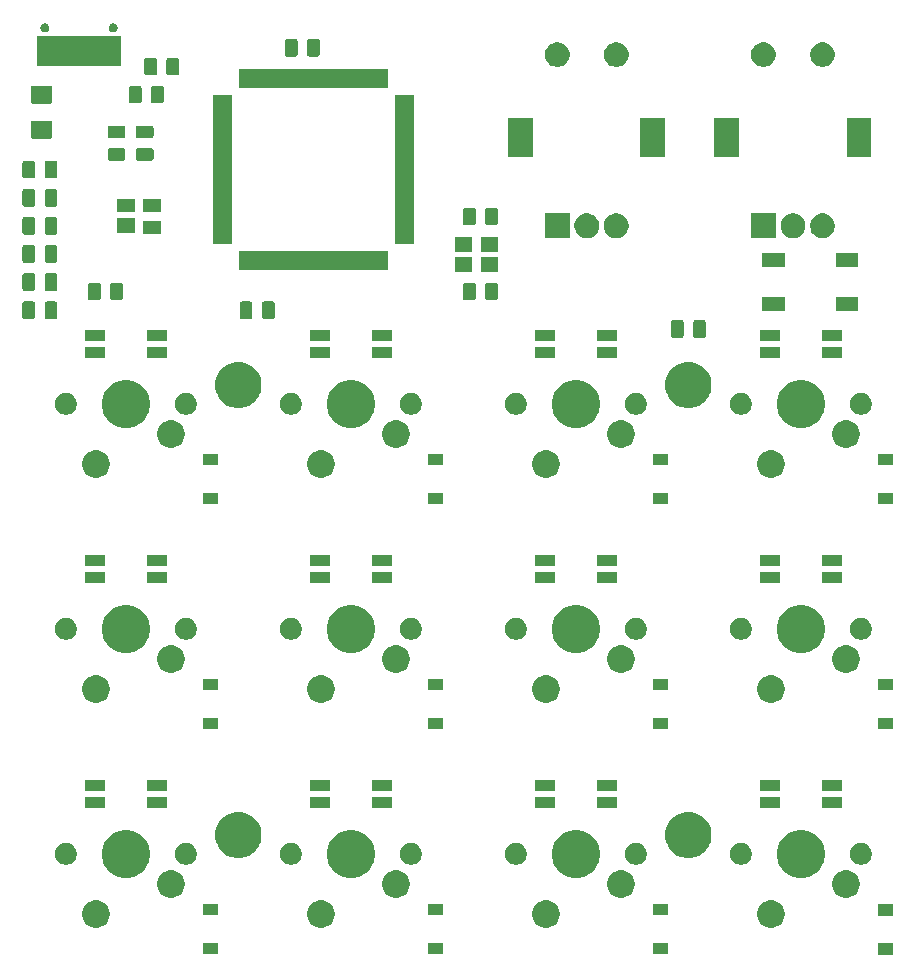
<source format=gbr>
%TF.GenerationSoftware,KiCad,Pcbnew,(5.1.4)-1*%
%TF.CreationDate,2024-03-23T01:04:34-07:00*%
%TF.ProjectId,macropad,6d616372-6f70-4616-942e-6b696361645f,rev?*%
%TF.SameCoordinates,Original*%
%TF.FileFunction,Soldermask,Bot*%
%TF.FilePolarity,Negative*%
%FSLAX46Y46*%
G04 Gerber Fmt 4.6, Leading zero omitted, Abs format (unit mm)*
G04 Created by KiCad (PCBNEW (5.1.4)-1) date 2024-03-23 01:04:34*
%MOMM*%
%LPD*%
G04 APERTURE LIST*
%ADD10C,0.100000*%
G04 APERTURE END LIST*
D10*
G36*
X134794750Y-138738500D02*
G01*
X133492750Y-138738500D01*
X133492750Y-137736500D01*
X134794750Y-137736500D01*
X134794750Y-138738500D01*
X134794750Y-138738500D01*
G37*
G36*
X77644750Y-138676000D02*
G01*
X76342750Y-138676000D01*
X76342750Y-137674000D01*
X77644750Y-137674000D01*
X77644750Y-138676000D01*
X77644750Y-138676000D01*
G37*
G36*
X96694750Y-138676000D02*
G01*
X95392750Y-138676000D01*
X95392750Y-137674000D01*
X96694750Y-137674000D01*
X96694750Y-138676000D01*
X96694750Y-138676000D01*
G37*
G36*
X115744750Y-138676000D02*
G01*
X114442750Y-138676000D01*
X114442750Y-137674000D01*
X115744750Y-137674000D01*
X115744750Y-138676000D01*
X115744750Y-138676000D01*
G37*
G36*
X86551560Y-134094064D02*
G01*
X86703027Y-134124193D01*
X86917045Y-134212842D01*
X86917046Y-134212843D01*
X87109654Y-134341539D01*
X87273461Y-134505346D01*
X87359258Y-134633751D01*
X87402158Y-134697955D01*
X87490807Y-134911973D01*
X87536000Y-135139174D01*
X87536000Y-135370826D01*
X87490807Y-135598027D01*
X87402158Y-135812045D01*
X87402157Y-135812046D01*
X87273461Y-136004654D01*
X87109654Y-136168461D01*
X86981249Y-136254258D01*
X86917045Y-136297158D01*
X86703027Y-136385807D01*
X86551560Y-136415936D01*
X86475827Y-136431000D01*
X86244173Y-136431000D01*
X86168440Y-136415936D01*
X86016973Y-136385807D01*
X85802955Y-136297158D01*
X85738751Y-136254258D01*
X85610346Y-136168461D01*
X85446539Y-136004654D01*
X85317843Y-135812046D01*
X85317842Y-135812045D01*
X85229193Y-135598027D01*
X85184000Y-135370826D01*
X85184000Y-135139174D01*
X85229193Y-134911973D01*
X85317842Y-134697955D01*
X85360742Y-134633751D01*
X85446539Y-134505346D01*
X85610346Y-134341539D01*
X85802954Y-134212843D01*
X85802955Y-134212842D01*
X86016973Y-134124193D01*
X86168440Y-134094064D01*
X86244173Y-134079000D01*
X86475827Y-134079000D01*
X86551560Y-134094064D01*
X86551560Y-134094064D01*
G37*
G36*
X105601560Y-134094064D02*
G01*
X105753027Y-134124193D01*
X105967045Y-134212842D01*
X105967046Y-134212843D01*
X106159654Y-134341539D01*
X106323461Y-134505346D01*
X106409258Y-134633751D01*
X106452158Y-134697955D01*
X106540807Y-134911973D01*
X106586000Y-135139174D01*
X106586000Y-135370826D01*
X106540807Y-135598027D01*
X106452158Y-135812045D01*
X106452157Y-135812046D01*
X106323461Y-136004654D01*
X106159654Y-136168461D01*
X106031249Y-136254258D01*
X105967045Y-136297158D01*
X105753027Y-136385807D01*
X105601560Y-136415936D01*
X105525827Y-136431000D01*
X105294173Y-136431000D01*
X105218440Y-136415936D01*
X105066973Y-136385807D01*
X104852955Y-136297158D01*
X104788751Y-136254258D01*
X104660346Y-136168461D01*
X104496539Y-136004654D01*
X104367843Y-135812046D01*
X104367842Y-135812045D01*
X104279193Y-135598027D01*
X104234000Y-135370826D01*
X104234000Y-135139174D01*
X104279193Y-134911973D01*
X104367842Y-134697955D01*
X104410742Y-134633751D01*
X104496539Y-134505346D01*
X104660346Y-134341539D01*
X104852954Y-134212843D01*
X104852955Y-134212842D01*
X105066973Y-134124193D01*
X105218440Y-134094064D01*
X105294173Y-134079000D01*
X105525827Y-134079000D01*
X105601560Y-134094064D01*
X105601560Y-134094064D01*
G37*
G36*
X124651560Y-134094064D02*
G01*
X124803027Y-134124193D01*
X125017045Y-134212842D01*
X125017046Y-134212843D01*
X125209654Y-134341539D01*
X125373461Y-134505346D01*
X125459258Y-134633751D01*
X125502158Y-134697955D01*
X125590807Y-134911973D01*
X125636000Y-135139174D01*
X125636000Y-135370826D01*
X125590807Y-135598027D01*
X125502158Y-135812045D01*
X125502157Y-135812046D01*
X125373461Y-136004654D01*
X125209654Y-136168461D01*
X125081249Y-136254258D01*
X125017045Y-136297158D01*
X124803027Y-136385807D01*
X124651560Y-136415936D01*
X124575827Y-136431000D01*
X124344173Y-136431000D01*
X124268440Y-136415936D01*
X124116973Y-136385807D01*
X123902955Y-136297158D01*
X123838751Y-136254258D01*
X123710346Y-136168461D01*
X123546539Y-136004654D01*
X123417843Y-135812046D01*
X123417842Y-135812045D01*
X123329193Y-135598027D01*
X123284000Y-135370826D01*
X123284000Y-135139174D01*
X123329193Y-134911973D01*
X123417842Y-134697955D01*
X123460742Y-134633751D01*
X123546539Y-134505346D01*
X123710346Y-134341539D01*
X123902954Y-134212843D01*
X123902955Y-134212842D01*
X124116973Y-134124193D01*
X124268440Y-134094064D01*
X124344173Y-134079000D01*
X124575827Y-134079000D01*
X124651560Y-134094064D01*
X124651560Y-134094064D01*
G37*
G36*
X67501560Y-134094064D02*
G01*
X67653027Y-134124193D01*
X67867045Y-134212842D01*
X67867046Y-134212843D01*
X68059654Y-134341539D01*
X68223461Y-134505346D01*
X68309258Y-134633751D01*
X68352158Y-134697955D01*
X68440807Y-134911973D01*
X68486000Y-135139174D01*
X68486000Y-135370826D01*
X68440807Y-135598027D01*
X68352158Y-135812045D01*
X68352157Y-135812046D01*
X68223461Y-136004654D01*
X68059654Y-136168461D01*
X67931249Y-136254258D01*
X67867045Y-136297158D01*
X67653027Y-136385807D01*
X67501560Y-136415936D01*
X67425827Y-136431000D01*
X67194173Y-136431000D01*
X67118440Y-136415936D01*
X66966973Y-136385807D01*
X66752955Y-136297158D01*
X66688751Y-136254258D01*
X66560346Y-136168461D01*
X66396539Y-136004654D01*
X66267843Y-135812046D01*
X66267842Y-135812045D01*
X66179193Y-135598027D01*
X66134000Y-135370826D01*
X66134000Y-135139174D01*
X66179193Y-134911973D01*
X66267842Y-134697955D01*
X66310742Y-134633751D01*
X66396539Y-134505346D01*
X66560346Y-134341539D01*
X66752954Y-134212843D01*
X66752955Y-134212842D01*
X66966973Y-134124193D01*
X67118440Y-134094064D01*
X67194173Y-134079000D01*
X67425827Y-134079000D01*
X67501560Y-134094064D01*
X67501560Y-134094064D01*
G37*
G36*
X134794750Y-135438500D02*
G01*
X133492750Y-135438500D01*
X133492750Y-134436500D01*
X134794750Y-134436500D01*
X134794750Y-135438500D01*
X134794750Y-135438500D01*
G37*
G36*
X77644750Y-135376000D02*
G01*
X76342750Y-135376000D01*
X76342750Y-134374000D01*
X77644750Y-134374000D01*
X77644750Y-135376000D01*
X77644750Y-135376000D01*
G37*
G36*
X115744750Y-135376000D02*
G01*
X114442750Y-135376000D01*
X114442750Y-134374000D01*
X115744750Y-134374000D01*
X115744750Y-135376000D01*
X115744750Y-135376000D01*
G37*
G36*
X96694750Y-135376000D02*
G01*
X95392750Y-135376000D01*
X95392750Y-134374000D01*
X96694750Y-134374000D01*
X96694750Y-135376000D01*
X96694750Y-135376000D01*
G37*
G36*
X131001560Y-131554064D02*
G01*
X131153027Y-131584193D01*
X131367045Y-131672842D01*
X131367046Y-131672843D01*
X131559654Y-131801539D01*
X131723461Y-131965346D01*
X131738041Y-131987167D01*
X131852158Y-132157955D01*
X131940807Y-132371973D01*
X131986000Y-132599174D01*
X131986000Y-132830826D01*
X131940807Y-133058027D01*
X131852158Y-133272045D01*
X131852157Y-133272046D01*
X131723461Y-133464654D01*
X131559654Y-133628461D01*
X131431249Y-133714258D01*
X131367045Y-133757158D01*
X131153027Y-133845807D01*
X131001560Y-133875936D01*
X130925827Y-133891000D01*
X130694173Y-133891000D01*
X130618440Y-133875936D01*
X130466973Y-133845807D01*
X130252955Y-133757158D01*
X130188751Y-133714258D01*
X130060346Y-133628461D01*
X129896539Y-133464654D01*
X129767843Y-133272046D01*
X129767842Y-133272045D01*
X129679193Y-133058027D01*
X129634000Y-132830826D01*
X129634000Y-132599174D01*
X129679193Y-132371973D01*
X129767842Y-132157955D01*
X129881959Y-131987167D01*
X129896539Y-131965346D01*
X130060346Y-131801539D01*
X130252954Y-131672843D01*
X130252955Y-131672842D01*
X130466973Y-131584193D01*
X130618440Y-131554064D01*
X130694173Y-131539000D01*
X130925827Y-131539000D01*
X131001560Y-131554064D01*
X131001560Y-131554064D01*
G37*
G36*
X111951560Y-131554064D02*
G01*
X112103027Y-131584193D01*
X112317045Y-131672842D01*
X112317046Y-131672843D01*
X112509654Y-131801539D01*
X112673461Y-131965346D01*
X112688041Y-131987167D01*
X112802158Y-132157955D01*
X112890807Y-132371973D01*
X112936000Y-132599174D01*
X112936000Y-132830826D01*
X112890807Y-133058027D01*
X112802158Y-133272045D01*
X112802157Y-133272046D01*
X112673461Y-133464654D01*
X112509654Y-133628461D01*
X112381249Y-133714258D01*
X112317045Y-133757158D01*
X112103027Y-133845807D01*
X111951560Y-133875936D01*
X111875827Y-133891000D01*
X111644173Y-133891000D01*
X111568440Y-133875936D01*
X111416973Y-133845807D01*
X111202955Y-133757158D01*
X111138751Y-133714258D01*
X111010346Y-133628461D01*
X110846539Y-133464654D01*
X110717843Y-133272046D01*
X110717842Y-133272045D01*
X110629193Y-133058027D01*
X110584000Y-132830826D01*
X110584000Y-132599174D01*
X110629193Y-132371973D01*
X110717842Y-132157955D01*
X110831959Y-131987167D01*
X110846539Y-131965346D01*
X111010346Y-131801539D01*
X111202954Y-131672843D01*
X111202955Y-131672842D01*
X111416973Y-131584193D01*
X111568440Y-131554064D01*
X111644173Y-131539000D01*
X111875827Y-131539000D01*
X111951560Y-131554064D01*
X111951560Y-131554064D01*
G37*
G36*
X92901560Y-131554064D02*
G01*
X93053027Y-131584193D01*
X93267045Y-131672842D01*
X93267046Y-131672843D01*
X93459654Y-131801539D01*
X93623461Y-131965346D01*
X93638041Y-131987167D01*
X93752158Y-132157955D01*
X93840807Y-132371973D01*
X93886000Y-132599174D01*
X93886000Y-132830826D01*
X93840807Y-133058027D01*
X93752158Y-133272045D01*
X93752157Y-133272046D01*
X93623461Y-133464654D01*
X93459654Y-133628461D01*
X93331249Y-133714258D01*
X93267045Y-133757158D01*
X93053027Y-133845807D01*
X92901560Y-133875936D01*
X92825827Y-133891000D01*
X92594173Y-133891000D01*
X92518440Y-133875936D01*
X92366973Y-133845807D01*
X92152955Y-133757158D01*
X92088751Y-133714258D01*
X91960346Y-133628461D01*
X91796539Y-133464654D01*
X91667843Y-133272046D01*
X91667842Y-133272045D01*
X91579193Y-133058027D01*
X91534000Y-132830826D01*
X91534000Y-132599174D01*
X91579193Y-132371973D01*
X91667842Y-132157955D01*
X91781959Y-131987167D01*
X91796539Y-131965346D01*
X91960346Y-131801539D01*
X92152954Y-131672843D01*
X92152955Y-131672842D01*
X92366973Y-131584193D01*
X92518440Y-131554064D01*
X92594173Y-131539000D01*
X92825827Y-131539000D01*
X92901560Y-131554064D01*
X92901560Y-131554064D01*
G37*
G36*
X73851560Y-131554064D02*
G01*
X74003027Y-131584193D01*
X74217045Y-131672842D01*
X74217046Y-131672843D01*
X74409654Y-131801539D01*
X74573461Y-131965346D01*
X74588041Y-131987167D01*
X74702158Y-132157955D01*
X74790807Y-132371973D01*
X74836000Y-132599174D01*
X74836000Y-132830826D01*
X74790807Y-133058027D01*
X74702158Y-133272045D01*
X74702157Y-133272046D01*
X74573461Y-133464654D01*
X74409654Y-133628461D01*
X74281249Y-133714258D01*
X74217045Y-133757158D01*
X74003027Y-133845807D01*
X73851560Y-133875936D01*
X73775827Y-133891000D01*
X73544173Y-133891000D01*
X73468440Y-133875936D01*
X73316973Y-133845807D01*
X73102955Y-133757158D01*
X73038751Y-133714258D01*
X72910346Y-133628461D01*
X72746539Y-133464654D01*
X72617843Y-133272046D01*
X72617842Y-133272045D01*
X72529193Y-133058027D01*
X72484000Y-132830826D01*
X72484000Y-132599174D01*
X72529193Y-132371973D01*
X72617842Y-132157955D01*
X72731959Y-131987167D01*
X72746539Y-131965346D01*
X72910346Y-131801539D01*
X73102954Y-131672843D01*
X73102955Y-131672842D01*
X73316973Y-131584193D01*
X73468440Y-131554064D01*
X73544173Y-131539000D01*
X73775827Y-131539000D01*
X73851560Y-131554064D01*
X73851560Y-131554064D01*
G37*
G36*
X70446474Y-128208684D02*
G01*
X70664474Y-128298983D01*
X70818623Y-128362833D01*
X71153548Y-128586623D01*
X71438377Y-128871452D01*
X71662167Y-129206377D01*
X71694562Y-129284586D01*
X71816316Y-129578526D01*
X71894900Y-129973594D01*
X71894900Y-130376406D01*
X71816316Y-130771474D01*
X71765451Y-130894272D01*
X71662167Y-131143623D01*
X71438377Y-131478548D01*
X71153548Y-131763377D01*
X70818623Y-131987167D01*
X70664474Y-132051017D01*
X70446474Y-132141316D01*
X70051406Y-132219900D01*
X69648594Y-132219900D01*
X69253526Y-132141316D01*
X69035526Y-132051017D01*
X68881377Y-131987167D01*
X68546452Y-131763377D01*
X68261623Y-131478548D01*
X68037833Y-131143623D01*
X67934549Y-130894272D01*
X67883684Y-130771474D01*
X67805100Y-130376406D01*
X67805100Y-129973594D01*
X67883684Y-129578526D01*
X68005438Y-129284586D01*
X68037833Y-129206377D01*
X68261623Y-128871452D01*
X68546452Y-128586623D01*
X68881377Y-128362833D01*
X69035526Y-128298983D01*
X69253526Y-128208684D01*
X69648594Y-128130100D01*
X70051406Y-128130100D01*
X70446474Y-128208684D01*
X70446474Y-128208684D01*
G37*
G36*
X89496474Y-128208684D02*
G01*
X89714474Y-128298983D01*
X89868623Y-128362833D01*
X90203548Y-128586623D01*
X90488377Y-128871452D01*
X90712167Y-129206377D01*
X90744562Y-129284586D01*
X90866316Y-129578526D01*
X90944900Y-129973594D01*
X90944900Y-130376406D01*
X90866316Y-130771474D01*
X90815451Y-130894272D01*
X90712167Y-131143623D01*
X90488377Y-131478548D01*
X90203548Y-131763377D01*
X89868623Y-131987167D01*
X89714474Y-132051017D01*
X89496474Y-132141316D01*
X89101406Y-132219900D01*
X88698594Y-132219900D01*
X88303526Y-132141316D01*
X88085526Y-132051017D01*
X87931377Y-131987167D01*
X87596452Y-131763377D01*
X87311623Y-131478548D01*
X87087833Y-131143623D01*
X86984549Y-130894272D01*
X86933684Y-130771474D01*
X86855100Y-130376406D01*
X86855100Y-129973594D01*
X86933684Y-129578526D01*
X87055438Y-129284586D01*
X87087833Y-129206377D01*
X87311623Y-128871452D01*
X87596452Y-128586623D01*
X87931377Y-128362833D01*
X88085526Y-128298983D01*
X88303526Y-128208684D01*
X88698594Y-128130100D01*
X89101406Y-128130100D01*
X89496474Y-128208684D01*
X89496474Y-128208684D01*
G37*
G36*
X108546474Y-128208684D02*
G01*
X108764474Y-128298983D01*
X108918623Y-128362833D01*
X109253548Y-128586623D01*
X109538377Y-128871452D01*
X109762167Y-129206377D01*
X109794562Y-129284586D01*
X109916316Y-129578526D01*
X109994900Y-129973594D01*
X109994900Y-130376406D01*
X109916316Y-130771474D01*
X109865451Y-130894272D01*
X109762167Y-131143623D01*
X109538377Y-131478548D01*
X109253548Y-131763377D01*
X108918623Y-131987167D01*
X108764474Y-132051017D01*
X108546474Y-132141316D01*
X108151406Y-132219900D01*
X107748594Y-132219900D01*
X107353526Y-132141316D01*
X107135526Y-132051017D01*
X106981377Y-131987167D01*
X106646452Y-131763377D01*
X106361623Y-131478548D01*
X106137833Y-131143623D01*
X106034549Y-130894272D01*
X105983684Y-130771474D01*
X105905100Y-130376406D01*
X105905100Y-129973594D01*
X105983684Y-129578526D01*
X106105438Y-129284586D01*
X106137833Y-129206377D01*
X106361623Y-128871452D01*
X106646452Y-128586623D01*
X106981377Y-128362833D01*
X107135526Y-128298983D01*
X107353526Y-128208684D01*
X107748594Y-128130100D01*
X108151406Y-128130100D01*
X108546474Y-128208684D01*
X108546474Y-128208684D01*
G37*
G36*
X127596474Y-128208684D02*
G01*
X127814474Y-128298983D01*
X127968623Y-128362833D01*
X128303548Y-128586623D01*
X128588377Y-128871452D01*
X128812167Y-129206377D01*
X128844562Y-129284586D01*
X128966316Y-129578526D01*
X129044900Y-129973594D01*
X129044900Y-130376406D01*
X128966316Y-130771474D01*
X128915451Y-130894272D01*
X128812167Y-131143623D01*
X128588377Y-131478548D01*
X128303548Y-131763377D01*
X127968623Y-131987167D01*
X127814474Y-132051017D01*
X127596474Y-132141316D01*
X127201406Y-132219900D01*
X126798594Y-132219900D01*
X126403526Y-132141316D01*
X126185526Y-132051017D01*
X126031377Y-131987167D01*
X125696452Y-131763377D01*
X125411623Y-131478548D01*
X125187833Y-131143623D01*
X125084549Y-130894272D01*
X125033684Y-130771474D01*
X124955100Y-130376406D01*
X124955100Y-129973594D01*
X125033684Y-129578526D01*
X125155438Y-129284586D01*
X125187833Y-129206377D01*
X125411623Y-128871452D01*
X125696452Y-128586623D01*
X126031377Y-128362833D01*
X126185526Y-128298983D01*
X126403526Y-128208684D01*
X126798594Y-128130100D01*
X127201406Y-128130100D01*
X127596474Y-128208684D01*
X127596474Y-128208684D01*
G37*
G36*
X94250104Y-129284585D02*
G01*
X94418626Y-129354389D01*
X94570291Y-129455728D01*
X94699272Y-129584709D01*
X94800611Y-129736374D01*
X94870415Y-129904896D01*
X94906000Y-130083797D01*
X94906000Y-130266203D01*
X94870415Y-130445104D01*
X94800611Y-130613626D01*
X94699272Y-130765291D01*
X94570291Y-130894272D01*
X94418626Y-130995611D01*
X94250104Y-131065415D01*
X94071203Y-131101000D01*
X93888797Y-131101000D01*
X93709896Y-131065415D01*
X93541374Y-130995611D01*
X93389709Y-130894272D01*
X93260728Y-130765291D01*
X93159389Y-130613626D01*
X93089585Y-130445104D01*
X93054000Y-130266203D01*
X93054000Y-130083797D01*
X93089585Y-129904896D01*
X93159389Y-129736374D01*
X93260728Y-129584709D01*
X93389709Y-129455728D01*
X93541374Y-129354389D01*
X93709896Y-129284585D01*
X93888797Y-129249000D01*
X94071203Y-129249000D01*
X94250104Y-129284585D01*
X94250104Y-129284585D01*
G37*
G36*
X84090104Y-129284585D02*
G01*
X84258626Y-129354389D01*
X84410291Y-129455728D01*
X84539272Y-129584709D01*
X84640611Y-129736374D01*
X84710415Y-129904896D01*
X84746000Y-130083797D01*
X84746000Y-130266203D01*
X84710415Y-130445104D01*
X84640611Y-130613626D01*
X84539272Y-130765291D01*
X84410291Y-130894272D01*
X84258626Y-130995611D01*
X84090104Y-131065415D01*
X83911203Y-131101000D01*
X83728797Y-131101000D01*
X83549896Y-131065415D01*
X83381374Y-130995611D01*
X83229709Y-130894272D01*
X83100728Y-130765291D01*
X82999389Y-130613626D01*
X82929585Y-130445104D01*
X82894000Y-130266203D01*
X82894000Y-130083797D01*
X82929585Y-129904896D01*
X82999389Y-129736374D01*
X83100728Y-129584709D01*
X83229709Y-129455728D01*
X83381374Y-129354389D01*
X83549896Y-129284585D01*
X83728797Y-129249000D01*
X83911203Y-129249000D01*
X84090104Y-129284585D01*
X84090104Y-129284585D01*
G37*
G36*
X103140104Y-129284585D02*
G01*
X103308626Y-129354389D01*
X103460291Y-129455728D01*
X103589272Y-129584709D01*
X103690611Y-129736374D01*
X103760415Y-129904896D01*
X103796000Y-130083797D01*
X103796000Y-130266203D01*
X103760415Y-130445104D01*
X103690611Y-130613626D01*
X103589272Y-130765291D01*
X103460291Y-130894272D01*
X103308626Y-130995611D01*
X103140104Y-131065415D01*
X102961203Y-131101000D01*
X102778797Y-131101000D01*
X102599896Y-131065415D01*
X102431374Y-130995611D01*
X102279709Y-130894272D01*
X102150728Y-130765291D01*
X102049389Y-130613626D01*
X101979585Y-130445104D01*
X101944000Y-130266203D01*
X101944000Y-130083797D01*
X101979585Y-129904896D01*
X102049389Y-129736374D01*
X102150728Y-129584709D01*
X102279709Y-129455728D01*
X102431374Y-129354389D01*
X102599896Y-129284585D01*
X102778797Y-129249000D01*
X102961203Y-129249000D01*
X103140104Y-129284585D01*
X103140104Y-129284585D01*
G37*
G36*
X75200104Y-129284585D02*
G01*
X75368626Y-129354389D01*
X75520291Y-129455728D01*
X75649272Y-129584709D01*
X75750611Y-129736374D01*
X75820415Y-129904896D01*
X75856000Y-130083797D01*
X75856000Y-130266203D01*
X75820415Y-130445104D01*
X75750611Y-130613626D01*
X75649272Y-130765291D01*
X75520291Y-130894272D01*
X75368626Y-130995611D01*
X75200104Y-131065415D01*
X75021203Y-131101000D01*
X74838797Y-131101000D01*
X74659896Y-131065415D01*
X74491374Y-130995611D01*
X74339709Y-130894272D01*
X74210728Y-130765291D01*
X74109389Y-130613626D01*
X74039585Y-130445104D01*
X74004000Y-130266203D01*
X74004000Y-130083797D01*
X74039585Y-129904896D01*
X74109389Y-129736374D01*
X74210728Y-129584709D01*
X74339709Y-129455728D01*
X74491374Y-129354389D01*
X74659896Y-129284585D01*
X74838797Y-129249000D01*
X75021203Y-129249000D01*
X75200104Y-129284585D01*
X75200104Y-129284585D01*
G37*
G36*
X113300104Y-129284585D02*
G01*
X113468626Y-129354389D01*
X113620291Y-129455728D01*
X113749272Y-129584709D01*
X113850611Y-129736374D01*
X113920415Y-129904896D01*
X113956000Y-130083797D01*
X113956000Y-130266203D01*
X113920415Y-130445104D01*
X113850611Y-130613626D01*
X113749272Y-130765291D01*
X113620291Y-130894272D01*
X113468626Y-130995611D01*
X113300104Y-131065415D01*
X113121203Y-131101000D01*
X112938797Y-131101000D01*
X112759896Y-131065415D01*
X112591374Y-130995611D01*
X112439709Y-130894272D01*
X112310728Y-130765291D01*
X112209389Y-130613626D01*
X112139585Y-130445104D01*
X112104000Y-130266203D01*
X112104000Y-130083797D01*
X112139585Y-129904896D01*
X112209389Y-129736374D01*
X112310728Y-129584709D01*
X112439709Y-129455728D01*
X112591374Y-129354389D01*
X112759896Y-129284585D01*
X112938797Y-129249000D01*
X113121203Y-129249000D01*
X113300104Y-129284585D01*
X113300104Y-129284585D01*
G37*
G36*
X132350104Y-129284585D02*
G01*
X132518626Y-129354389D01*
X132670291Y-129455728D01*
X132799272Y-129584709D01*
X132900611Y-129736374D01*
X132970415Y-129904896D01*
X133006000Y-130083797D01*
X133006000Y-130266203D01*
X132970415Y-130445104D01*
X132900611Y-130613626D01*
X132799272Y-130765291D01*
X132670291Y-130894272D01*
X132518626Y-130995611D01*
X132350104Y-131065415D01*
X132171203Y-131101000D01*
X131988797Y-131101000D01*
X131809896Y-131065415D01*
X131641374Y-130995611D01*
X131489709Y-130894272D01*
X131360728Y-130765291D01*
X131259389Y-130613626D01*
X131189585Y-130445104D01*
X131154000Y-130266203D01*
X131154000Y-130083797D01*
X131189585Y-129904896D01*
X131259389Y-129736374D01*
X131360728Y-129584709D01*
X131489709Y-129455728D01*
X131641374Y-129354389D01*
X131809896Y-129284585D01*
X131988797Y-129249000D01*
X132171203Y-129249000D01*
X132350104Y-129284585D01*
X132350104Y-129284585D01*
G37*
G36*
X122190104Y-129284585D02*
G01*
X122358626Y-129354389D01*
X122510291Y-129455728D01*
X122639272Y-129584709D01*
X122740611Y-129736374D01*
X122810415Y-129904896D01*
X122846000Y-130083797D01*
X122846000Y-130266203D01*
X122810415Y-130445104D01*
X122740611Y-130613626D01*
X122639272Y-130765291D01*
X122510291Y-130894272D01*
X122358626Y-130995611D01*
X122190104Y-131065415D01*
X122011203Y-131101000D01*
X121828797Y-131101000D01*
X121649896Y-131065415D01*
X121481374Y-130995611D01*
X121329709Y-130894272D01*
X121200728Y-130765291D01*
X121099389Y-130613626D01*
X121029585Y-130445104D01*
X120994000Y-130266203D01*
X120994000Y-130083797D01*
X121029585Y-129904896D01*
X121099389Y-129736374D01*
X121200728Y-129584709D01*
X121329709Y-129455728D01*
X121481374Y-129354389D01*
X121649896Y-129284585D01*
X121828797Y-129249000D01*
X122011203Y-129249000D01*
X122190104Y-129284585D01*
X122190104Y-129284585D01*
G37*
G36*
X65040104Y-129284585D02*
G01*
X65208626Y-129354389D01*
X65360291Y-129455728D01*
X65489272Y-129584709D01*
X65590611Y-129736374D01*
X65660415Y-129904896D01*
X65696000Y-130083797D01*
X65696000Y-130266203D01*
X65660415Y-130445104D01*
X65590611Y-130613626D01*
X65489272Y-130765291D01*
X65360291Y-130894272D01*
X65208626Y-130995611D01*
X65040104Y-131065415D01*
X64861203Y-131101000D01*
X64678797Y-131101000D01*
X64499896Y-131065415D01*
X64331374Y-130995611D01*
X64179709Y-130894272D01*
X64050728Y-130765291D01*
X63949389Y-130613626D01*
X63879585Y-130445104D01*
X63844000Y-130266203D01*
X63844000Y-130083797D01*
X63879585Y-129904896D01*
X63949389Y-129736374D01*
X64050728Y-129584709D01*
X64179709Y-129455728D01*
X64331374Y-129354389D01*
X64499896Y-129284585D01*
X64678797Y-129249000D01*
X64861203Y-129249000D01*
X65040104Y-129284585D01*
X65040104Y-129284585D01*
G37*
G36*
X118044085Y-126711475D02*
G01*
X118399143Y-126858545D01*
X118399145Y-126858546D01*
X118718690Y-127072059D01*
X118990441Y-127343810D01*
X119203954Y-127663355D01*
X119203955Y-127663357D01*
X119351025Y-128018415D01*
X119426000Y-128395342D01*
X119426000Y-128779658D01*
X119351025Y-129156585D01*
X119227116Y-129455728D01*
X119203954Y-129511645D01*
X118990441Y-129831190D01*
X118718690Y-130102941D01*
X118399145Y-130316454D01*
X118399144Y-130316455D01*
X118399143Y-130316455D01*
X118044085Y-130463525D01*
X117667158Y-130538500D01*
X117282842Y-130538500D01*
X116905915Y-130463525D01*
X116550857Y-130316455D01*
X116550856Y-130316455D01*
X116550855Y-130316454D01*
X116231310Y-130102941D01*
X115959559Y-129831190D01*
X115746046Y-129511645D01*
X115722884Y-129455728D01*
X115598975Y-129156585D01*
X115524000Y-128779658D01*
X115524000Y-128395342D01*
X115598975Y-128018415D01*
X115746045Y-127663357D01*
X115746046Y-127663355D01*
X115959559Y-127343810D01*
X116231310Y-127072059D01*
X116550855Y-126858546D01*
X116550857Y-126858545D01*
X116905915Y-126711475D01*
X117282842Y-126636500D01*
X117667158Y-126636500D01*
X118044085Y-126711475D01*
X118044085Y-126711475D01*
G37*
G36*
X79944085Y-126711475D02*
G01*
X80299143Y-126858545D01*
X80299145Y-126858546D01*
X80618690Y-127072059D01*
X80890441Y-127343810D01*
X81103954Y-127663355D01*
X81103955Y-127663357D01*
X81251025Y-128018415D01*
X81326000Y-128395342D01*
X81326000Y-128779658D01*
X81251025Y-129156585D01*
X81127116Y-129455728D01*
X81103954Y-129511645D01*
X80890441Y-129831190D01*
X80618690Y-130102941D01*
X80299145Y-130316454D01*
X80299144Y-130316455D01*
X80299143Y-130316455D01*
X79944085Y-130463525D01*
X79567158Y-130538500D01*
X79182842Y-130538500D01*
X78805915Y-130463525D01*
X78450857Y-130316455D01*
X78450856Y-130316455D01*
X78450855Y-130316454D01*
X78131310Y-130102941D01*
X77859559Y-129831190D01*
X77646046Y-129511645D01*
X77622884Y-129455728D01*
X77498975Y-129156585D01*
X77424000Y-128779658D01*
X77424000Y-128395342D01*
X77498975Y-128018415D01*
X77646045Y-127663357D01*
X77646046Y-127663355D01*
X77859559Y-127343810D01*
X78131310Y-127072059D01*
X78450855Y-126858546D01*
X78450857Y-126858545D01*
X78805915Y-126711475D01*
X79182842Y-126636500D01*
X79567158Y-126636500D01*
X79944085Y-126711475D01*
X79944085Y-126711475D01*
G37*
G36*
X111401000Y-126306001D02*
G01*
X109699000Y-126306001D01*
X109699000Y-125384001D01*
X111401000Y-125384001D01*
X111401000Y-126306001D01*
X111401000Y-126306001D01*
G37*
G36*
X87151000Y-126306001D02*
G01*
X85449000Y-126306001D01*
X85449000Y-125384001D01*
X87151000Y-125384001D01*
X87151000Y-126306001D01*
X87151000Y-126306001D01*
G37*
G36*
X68101000Y-126306001D02*
G01*
X66399000Y-126306001D01*
X66399000Y-125384001D01*
X68101000Y-125384001D01*
X68101000Y-126306001D01*
X68101000Y-126306001D01*
G37*
G36*
X92351000Y-126306001D02*
G01*
X90649000Y-126306001D01*
X90649000Y-125384001D01*
X92351000Y-125384001D01*
X92351000Y-126306001D01*
X92351000Y-126306001D01*
G37*
G36*
X73301000Y-126306001D02*
G01*
X71599000Y-126306001D01*
X71599000Y-125384001D01*
X73301000Y-125384001D01*
X73301000Y-126306001D01*
X73301000Y-126306001D01*
G37*
G36*
X130451000Y-126306001D02*
G01*
X128749000Y-126306001D01*
X128749000Y-125384001D01*
X130451000Y-125384001D01*
X130451000Y-126306001D01*
X130451000Y-126306001D01*
G37*
G36*
X125251000Y-126306001D02*
G01*
X123549000Y-126306001D01*
X123549000Y-125384001D01*
X125251000Y-125384001D01*
X125251000Y-126306001D01*
X125251000Y-126306001D01*
G37*
G36*
X106201000Y-126306001D02*
G01*
X104499000Y-126306001D01*
X104499000Y-125384001D01*
X106201000Y-125384001D01*
X106201000Y-126306001D01*
X106201000Y-126306001D01*
G37*
G36*
X73301000Y-124806001D02*
G01*
X71599000Y-124806001D01*
X71599000Y-123884001D01*
X73301000Y-123884001D01*
X73301000Y-124806001D01*
X73301000Y-124806001D01*
G37*
G36*
X106201000Y-124806001D02*
G01*
X104499000Y-124806001D01*
X104499000Y-123884001D01*
X106201000Y-123884001D01*
X106201000Y-124806001D01*
X106201000Y-124806001D01*
G37*
G36*
X68101000Y-124806001D02*
G01*
X66399000Y-124806001D01*
X66399000Y-123884001D01*
X68101000Y-123884001D01*
X68101000Y-124806001D01*
X68101000Y-124806001D01*
G37*
G36*
X92351000Y-124806001D02*
G01*
X90649000Y-124806001D01*
X90649000Y-123884001D01*
X92351000Y-123884001D01*
X92351000Y-124806001D01*
X92351000Y-124806001D01*
G37*
G36*
X87151000Y-124806001D02*
G01*
X85449000Y-124806001D01*
X85449000Y-123884001D01*
X87151000Y-123884001D01*
X87151000Y-124806001D01*
X87151000Y-124806001D01*
G37*
G36*
X111401000Y-124806001D02*
G01*
X109699000Y-124806001D01*
X109699000Y-123884001D01*
X111401000Y-123884001D01*
X111401000Y-124806001D01*
X111401000Y-124806001D01*
G37*
G36*
X125251000Y-124806001D02*
G01*
X123549000Y-124806001D01*
X123549000Y-123884001D01*
X125251000Y-123884001D01*
X125251000Y-124806001D01*
X125251000Y-124806001D01*
G37*
G36*
X130451000Y-124806001D02*
G01*
X128749000Y-124806001D01*
X128749000Y-123884001D01*
X130451000Y-123884001D01*
X130451000Y-124806001D01*
X130451000Y-124806001D01*
G37*
G36*
X134794750Y-119626000D02*
G01*
X133492750Y-119626000D01*
X133492750Y-118624000D01*
X134794750Y-118624000D01*
X134794750Y-119626000D01*
X134794750Y-119626000D01*
G37*
G36*
X96694750Y-119626000D02*
G01*
X95392750Y-119626000D01*
X95392750Y-118624000D01*
X96694750Y-118624000D01*
X96694750Y-119626000D01*
X96694750Y-119626000D01*
G37*
G36*
X77644750Y-119626000D02*
G01*
X76342750Y-119626000D01*
X76342750Y-118624000D01*
X77644750Y-118624000D01*
X77644750Y-119626000D01*
X77644750Y-119626000D01*
G37*
G36*
X115744750Y-119626000D02*
G01*
X114442750Y-119626000D01*
X114442750Y-118624000D01*
X115744750Y-118624000D01*
X115744750Y-119626000D01*
X115744750Y-119626000D01*
G37*
G36*
X86551560Y-115044064D02*
G01*
X86703027Y-115074193D01*
X86917045Y-115162842D01*
X86917046Y-115162843D01*
X87109654Y-115291539D01*
X87273461Y-115455346D01*
X87359258Y-115583751D01*
X87402158Y-115647955D01*
X87490807Y-115861973D01*
X87536000Y-116089174D01*
X87536000Y-116320826D01*
X87490807Y-116548027D01*
X87402158Y-116762045D01*
X87402157Y-116762046D01*
X87273461Y-116954654D01*
X87109654Y-117118461D01*
X86981249Y-117204258D01*
X86917045Y-117247158D01*
X86703027Y-117335807D01*
X86551560Y-117365936D01*
X86475827Y-117381000D01*
X86244173Y-117381000D01*
X86168440Y-117365936D01*
X86016973Y-117335807D01*
X85802955Y-117247158D01*
X85738751Y-117204258D01*
X85610346Y-117118461D01*
X85446539Y-116954654D01*
X85317843Y-116762046D01*
X85317842Y-116762045D01*
X85229193Y-116548027D01*
X85184000Y-116320826D01*
X85184000Y-116089174D01*
X85229193Y-115861973D01*
X85317842Y-115647955D01*
X85360742Y-115583751D01*
X85446539Y-115455346D01*
X85610346Y-115291539D01*
X85802954Y-115162843D01*
X85802955Y-115162842D01*
X86016973Y-115074193D01*
X86168440Y-115044064D01*
X86244173Y-115029000D01*
X86475827Y-115029000D01*
X86551560Y-115044064D01*
X86551560Y-115044064D01*
G37*
G36*
X124651560Y-115044064D02*
G01*
X124803027Y-115074193D01*
X125017045Y-115162842D01*
X125017046Y-115162843D01*
X125209654Y-115291539D01*
X125373461Y-115455346D01*
X125459258Y-115583751D01*
X125502158Y-115647955D01*
X125590807Y-115861973D01*
X125636000Y-116089174D01*
X125636000Y-116320826D01*
X125590807Y-116548027D01*
X125502158Y-116762045D01*
X125502157Y-116762046D01*
X125373461Y-116954654D01*
X125209654Y-117118461D01*
X125081249Y-117204258D01*
X125017045Y-117247158D01*
X124803027Y-117335807D01*
X124651560Y-117365936D01*
X124575827Y-117381000D01*
X124344173Y-117381000D01*
X124268440Y-117365936D01*
X124116973Y-117335807D01*
X123902955Y-117247158D01*
X123838751Y-117204258D01*
X123710346Y-117118461D01*
X123546539Y-116954654D01*
X123417843Y-116762046D01*
X123417842Y-116762045D01*
X123329193Y-116548027D01*
X123284000Y-116320826D01*
X123284000Y-116089174D01*
X123329193Y-115861973D01*
X123417842Y-115647955D01*
X123460742Y-115583751D01*
X123546539Y-115455346D01*
X123710346Y-115291539D01*
X123902954Y-115162843D01*
X123902955Y-115162842D01*
X124116973Y-115074193D01*
X124268440Y-115044064D01*
X124344173Y-115029000D01*
X124575827Y-115029000D01*
X124651560Y-115044064D01*
X124651560Y-115044064D01*
G37*
G36*
X67501560Y-115044064D02*
G01*
X67653027Y-115074193D01*
X67867045Y-115162842D01*
X67867046Y-115162843D01*
X68059654Y-115291539D01*
X68223461Y-115455346D01*
X68309258Y-115583751D01*
X68352158Y-115647955D01*
X68440807Y-115861973D01*
X68486000Y-116089174D01*
X68486000Y-116320826D01*
X68440807Y-116548027D01*
X68352158Y-116762045D01*
X68352157Y-116762046D01*
X68223461Y-116954654D01*
X68059654Y-117118461D01*
X67931249Y-117204258D01*
X67867045Y-117247158D01*
X67653027Y-117335807D01*
X67501560Y-117365936D01*
X67425827Y-117381000D01*
X67194173Y-117381000D01*
X67118440Y-117365936D01*
X66966973Y-117335807D01*
X66752955Y-117247158D01*
X66688751Y-117204258D01*
X66560346Y-117118461D01*
X66396539Y-116954654D01*
X66267843Y-116762046D01*
X66267842Y-116762045D01*
X66179193Y-116548027D01*
X66134000Y-116320826D01*
X66134000Y-116089174D01*
X66179193Y-115861973D01*
X66267842Y-115647955D01*
X66310742Y-115583751D01*
X66396539Y-115455346D01*
X66560346Y-115291539D01*
X66752954Y-115162843D01*
X66752955Y-115162842D01*
X66966973Y-115074193D01*
X67118440Y-115044064D01*
X67194173Y-115029000D01*
X67425827Y-115029000D01*
X67501560Y-115044064D01*
X67501560Y-115044064D01*
G37*
G36*
X105601560Y-115044064D02*
G01*
X105753027Y-115074193D01*
X105967045Y-115162842D01*
X105967046Y-115162843D01*
X106159654Y-115291539D01*
X106323461Y-115455346D01*
X106409258Y-115583751D01*
X106452158Y-115647955D01*
X106540807Y-115861973D01*
X106586000Y-116089174D01*
X106586000Y-116320826D01*
X106540807Y-116548027D01*
X106452158Y-116762045D01*
X106452157Y-116762046D01*
X106323461Y-116954654D01*
X106159654Y-117118461D01*
X106031249Y-117204258D01*
X105967045Y-117247158D01*
X105753027Y-117335807D01*
X105601560Y-117365936D01*
X105525827Y-117381000D01*
X105294173Y-117381000D01*
X105218440Y-117365936D01*
X105066973Y-117335807D01*
X104852955Y-117247158D01*
X104788751Y-117204258D01*
X104660346Y-117118461D01*
X104496539Y-116954654D01*
X104367843Y-116762046D01*
X104367842Y-116762045D01*
X104279193Y-116548027D01*
X104234000Y-116320826D01*
X104234000Y-116089174D01*
X104279193Y-115861973D01*
X104367842Y-115647955D01*
X104410742Y-115583751D01*
X104496539Y-115455346D01*
X104660346Y-115291539D01*
X104852954Y-115162843D01*
X104852955Y-115162842D01*
X105066973Y-115074193D01*
X105218440Y-115044064D01*
X105294173Y-115029000D01*
X105525827Y-115029000D01*
X105601560Y-115044064D01*
X105601560Y-115044064D01*
G37*
G36*
X77644750Y-116326000D02*
G01*
X76342750Y-116326000D01*
X76342750Y-115324000D01*
X77644750Y-115324000D01*
X77644750Y-116326000D01*
X77644750Y-116326000D01*
G37*
G36*
X134794750Y-116326000D02*
G01*
X133492750Y-116326000D01*
X133492750Y-115324000D01*
X134794750Y-115324000D01*
X134794750Y-116326000D01*
X134794750Y-116326000D01*
G37*
G36*
X115744750Y-116326000D02*
G01*
X114442750Y-116326000D01*
X114442750Y-115324000D01*
X115744750Y-115324000D01*
X115744750Y-116326000D01*
X115744750Y-116326000D01*
G37*
G36*
X96694750Y-116326000D02*
G01*
X95392750Y-116326000D01*
X95392750Y-115324000D01*
X96694750Y-115324000D01*
X96694750Y-116326000D01*
X96694750Y-116326000D01*
G37*
G36*
X73851560Y-112504064D02*
G01*
X74003027Y-112534193D01*
X74217045Y-112622842D01*
X74217046Y-112622843D01*
X74409654Y-112751539D01*
X74573461Y-112915346D01*
X74588041Y-112937167D01*
X74702158Y-113107955D01*
X74790807Y-113321973D01*
X74836000Y-113549174D01*
X74836000Y-113780826D01*
X74790807Y-114008027D01*
X74702158Y-114222045D01*
X74702157Y-114222046D01*
X74573461Y-114414654D01*
X74409654Y-114578461D01*
X74281249Y-114664258D01*
X74217045Y-114707158D01*
X74003027Y-114795807D01*
X73851560Y-114825936D01*
X73775827Y-114841000D01*
X73544173Y-114841000D01*
X73468440Y-114825936D01*
X73316973Y-114795807D01*
X73102955Y-114707158D01*
X73038751Y-114664258D01*
X72910346Y-114578461D01*
X72746539Y-114414654D01*
X72617843Y-114222046D01*
X72617842Y-114222045D01*
X72529193Y-114008027D01*
X72484000Y-113780826D01*
X72484000Y-113549174D01*
X72529193Y-113321973D01*
X72617842Y-113107955D01*
X72731959Y-112937167D01*
X72746539Y-112915346D01*
X72910346Y-112751539D01*
X73102954Y-112622843D01*
X73102955Y-112622842D01*
X73316973Y-112534193D01*
X73468440Y-112504064D01*
X73544173Y-112489000D01*
X73775827Y-112489000D01*
X73851560Y-112504064D01*
X73851560Y-112504064D01*
G37*
G36*
X92901560Y-112504064D02*
G01*
X93053027Y-112534193D01*
X93267045Y-112622842D01*
X93267046Y-112622843D01*
X93459654Y-112751539D01*
X93623461Y-112915346D01*
X93638041Y-112937167D01*
X93752158Y-113107955D01*
X93840807Y-113321973D01*
X93886000Y-113549174D01*
X93886000Y-113780826D01*
X93840807Y-114008027D01*
X93752158Y-114222045D01*
X93752157Y-114222046D01*
X93623461Y-114414654D01*
X93459654Y-114578461D01*
X93331249Y-114664258D01*
X93267045Y-114707158D01*
X93053027Y-114795807D01*
X92901560Y-114825936D01*
X92825827Y-114841000D01*
X92594173Y-114841000D01*
X92518440Y-114825936D01*
X92366973Y-114795807D01*
X92152955Y-114707158D01*
X92088751Y-114664258D01*
X91960346Y-114578461D01*
X91796539Y-114414654D01*
X91667843Y-114222046D01*
X91667842Y-114222045D01*
X91579193Y-114008027D01*
X91534000Y-113780826D01*
X91534000Y-113549174D01*
X91579193Y-113321973D01*
X91667842Y-113107955D01*
X91781959Y-112937167D01*
X91796539Y-112915346D01*
X91960346Y-112751539D01*
X92152954Y-112622843D01*
X92152955Y-112622842D01*
X92366973Y-112534193D01*
X92518440Y-112504064D01*
X92594173Y-112489000D01*
X92825827Y-112489000D01*
X92901560Y-112504064D01*
X92901560Y-112504064D01*
G37*
G36*
X131001560Y-112504064D02*
G01*
X131153027Y-112534193D01*
X131367045Y-112622842D01*
X131367046Y-112622843D01*
X131559654Y-112751539D01*
X131723461Y-112915346D01*
X131738041Y-112937167D01*
X131852158Y-113107955D01*
X131940807Y-113321973D01*
X131986000Y-113549174D01*
X131986000Y-113780826D01*
X131940807Y-114008027D01*
X131852158Y-114222045D01*
X131852157Y-114222046D01*
X131723461Y-114414654D01*
X131559654Y-114578461D01*
X131431249Y-114664258D01*
X131367045Y-114707158D01*
X131153027Y-114795807D01*
X131001560Y-114825936D01*
X130925827Y-114841000D01*
X130694173Y-114841000D01*
X130618440Y-114825936D01*
X130466973Y-114795807D01*
X130252955Y-114707158D01*
X130188751Y-114664258D01*
X130060346Y-114578461D01*
X129896539Y-114414654D01*
X129767843Y-114222046D01*
X129767842Y-114222045D01*
X129679193Y-114008027D01*
X129634000Y-113780826D01*
X129634000Y-113549174D01*
X129679193Y-113321973D01*
X129767842Y-113107955D01*
X129881959Y-112937167D01*
X129896539Y-112915346D01*
X130060346Y-112751539D01*
X130252954Y-112622843D01*
X130252955Y-112622842D01*
X130466973Y-112534193D01*
X130618440Y-112504064D01*
X130694173Y-112489000D01*
X130925827Y-112489000D01*
X131001560Y-112504064D01*
X131001560Y-112504064D01*
G37*
G36*
X111951560Y-112504064D02*
G01*
X112103027Y-112534193D01*
X112317045Y-112622842D01*
X112317046Y-112622843D01*
X112509654Y-112751539D01*
X112673461Y-112915346D01*
X112688041Y-112937167D01*
X112802158Y-113107955D01*
X112890807Y-113321973D01*
X112936000Y-113549174D01*
X112936000Y-113780826D01*
X112890807Y-114008027D01*
X112802158Y-114222045D01*
X112802157Y-114222046D01*
X112673461Y-114414654D01*
X112509654Y-114578461D01*
X112381249Y-114664258D01*
X112317045Y-114707158D01*
X112103027Y-114795807D01*
X111951560Y-114825936D01*
X111875827Y-114841000D01*
X111644173Y-114841000D01*
X111568440Y-114825936D01*
X111416973Y-114795807D01*
X111202955Y-114707158D01*
X111138751Y-114664258D01*
X111010346Y-114578461D01*
X110846539Y-114414654D01*
X110717843Y-114222046D01*
X110717842Y-114222045D01*
X110629193Y-114008027D01*
X110584000Y-113780826D01*
X110584000Y-113549174D01*
X110629193Y-113321973D01*
X110717842Y-113107955D01*
X110831959Y-112937167D01*
X110846539Y-112915346D01*
X111010346Y-112751539D01*
X111202954Y-112622843D01*
X111202955Y-112622842D01*
X111416973Y-112534193D01*
X111568440Y-112504064D01*
X111644173Y-112489000D01*
X111875827Y-112489000D01*
X111951560Y-112504064D01*
X111951560Y-112504064D01*
G37*
G36*
X127596474Y-109158684D02*
G01*
X127814474Y-109248983D01*
X127968623Y-109312833D01*
X128303548Y-109536623D01*
X128588377Y-109821452D01*
X128812167Y-110156377D01*
X128844562Y-110234586D01*
X128966316Y-110528526D01*
X129044900Y-110923594D01*
X129044900Y-111326406D01*
X128966316Y-111721474D01*
X128915451Y-111844272D01*
X128812167Y-112093623D01*
X128588377Y-112428548D01*
X128303548Y-112713377D01*
X127968623Y-112937167D01*
X127814474Y-113001017D01*
X127596474Y-113091316D01*
X127201406Y-113169900D01*
X126798594Y-113169900D01*
X126403526Y-113091316D01*
X126185526Y-113001017D01*
X126031377Y-112937167D01*
X125696452Y-112713377D01*
X125411623Y-112428548D01*
X125187833Y-112093623D01*
X125084549Y-111844272D01*
X125033684Y-111721474D01*
X124955100Y-111326406D01*
X124955100Y-110923594D01*
X125033684Y-110528526D01*
X125155438Y-110234586D01*
X125187833Y-110156377D01*
X125411623Y-109821452D01*
X125696452Y-109536623D01*
X126031377Y-109312833D01*
X126185526Y-109248983D01*
X126403526Y-109158684D01*
X126798594Y-109080100D01*
X127201406Y-109080100D01*
X127596474Y-109158684D01*
X127596474Y-109158684D01*
G37*
G36*
X89496474Y-109158684D02*
G01*
X89714474Y-109248983D01*
X89868623Y-109312833D01*
X90203548Y-109536623D01*
X90488377Y-109821452D01*
X90712167Y-110156377D01*
X90744562Y-110234586D01*
X90866316Y-110528526D01*
X90944900Y-110923594D01*
X90944900Y-111326406D01*
X90866316Y-111721474D01*
X90815451Y-111844272D01*
X90712167Y-112093623D01*
X90488377Y-112428548D01*
X90203548Y-112713377D01*
X89868623Y-112937167D01*
X89714474Y-113001017D01*
X89496474Y-113091316D01*
X89101406Y-113169900D01*
X88698594Y-113169900D01*
X88303526Y-113091316D01*
X88085526Y-113001017D01*
X87931377Y-112937167D01*
X87596452Y-112713377D01*
X87311623Y-112428548D01*
X87087833Y-112093623D01*
X86984549Y-111844272D01*
X86933684Y-111721474D01*
X86855100Y-111326406D01*
X86855100Y-110923594D01*
X86933684Y-110528526D01*
X87055438Y-110234586D01*
X87087833Y-110156377D01*
X87311623Y-109821452D01*
X87596452Y-109536623D01*
X87931377Y-109312833D01*
X88085526Y-109248983D01*
X88303526Y-109158684D01*
X88698594Y-109080100D01*
X89101406Y-109080100D01*
X89496474Y-109158684D01*
X89496474Y-109158684D01*
G37*
G36*
X108546474Y-109158684D02*
G01*
X108764474Y-109248983D01*
X108918623Y-109312833D01*
X109253548Y-109536623D01*
X109538377Y-109821452D01*
X109762167Y-110156377D01*
X109794562Y-110234586D01*
X109916316Y-110528526D01*
X109994900Y-110923594D01*
X109994900Y-111326406D01*
X109916316Y-111721474D01*
X109865451Y-111844272D01*
X109762167Y-112093623D01*
X109538377Y-112428548D01*
X109253548Y-112713377D01*
X108918623Y-112937167D01*
X108764474Y-113001017D01*
X108546474Y-113091316D01*
X108151406Y-113169900D01*
X107748594Y-113169900D01*
X107353526Y-113091316D01*
X107135526Y-113001017D01*
X106981377Y-112937167D01*
X106646452Y-112713377D01*
X106361623Y-112428548D01*
X106137833Y-112093623D01*
X106034549Y-111844272D01*
X105983684Y-111721474D01*
X105905100Y-111326406D01*
X105905100Y-110923594D01*
X105983684Y-110528526D01*
X106105438Y-110234586D01*
X106137833Y-110156377D01*
X106361623Y-109821452D01*
X106646452Y-109536623D01*
X106981377Y-109312833D01*
X107135526Y-109248983D01*
X107353526Y-109158684D01*
X107748594Y-109080100D01*
X108151406Y-109080100D01*
X108546474Y-109158684D01*
X108546474Y-109158684D01*
G37*
G36*
X70446474Y-109158684D02*
G01*
X70664474Y-109248983D01*
X70818623Y-109312833D01*
X71153548Y-109536623D01*
X71438377Y-109821452D01*
X71662167Y-110156377D01*
X71694562Y-110234586D01*
X71816316Y-110528526D01*
X71894900Y-110923594D01*
X71894900Y-111326406D01*
X71816316Y-111721474D01*
X71765451Y-111844272D01*
X71662167Y-112093623D01*
X71438377Y-112428548D01*
X71153548Y-112713377D01*
X70818623Y-112937167D01*
X70664474Y-113001017D01*
X70446474Y-113091316D01*
X70051406Y-113169900D01*
X69648594Y-113169900D01*
X69253526Y-113091316D01*
X69035526Y-113001017D01*
X68881377Y-112937167D01*
X68546452Y-112713377D01*
X68261623Y-112428548D01*
X68037833Y-112093623D01*
X67934549Y-111844272D01*
X67883684Y-111721474D01*
X67805100Y-111326406D01*
X67805100Y-110923594D01*
X67883684Y-110528526D01*
X68005438Y-110234586D01*
X68037833Y-110156377D01*
X68261623Y-109821452D01*
X68546452Y-109536623D01*
X68881377Y-109312833D01*
X69035526Y-109248983D01*
X69253526Y-109158684D01*
X69648594Y-109080100D01*
X70051406Y-109080100D01*
X70446474Y-109158684D01*
X70446474Y-109158684D01*
G37*
G36*
X94250104Y-110234585D02*
G01*
X94418626Y-110304389D01*
X94570291Y-110405728D01*
X94699272Y-110534709D01*
X94800611Y-110686374D01*
X94870415Y-110854896D01*
X94906000Y-111033797D01*
X94906000Y-111216203D01*
X94870415Y-111395104D01*
X94800611Y-111563626D01*
X94699272Y-111715291D01*
X94570291Y-111844272D01*
X94418626Y-111945611D01*
X94250104Y-112015415D01*
X94071203Y-112051000D01*
X93888797Y-112051000D01*
X93709896Y-112015415D01*
X93541374Y-111945611D01*
X93389709Y-111844272D01*
X93260728Y-111715291D01*
X93159389Y-111563626D01*
X93089585Y-111395104D01*
X93054000Y-111216203D01*
X93054000Y-111033797D01*
X93089585Y-110854896D01*
X93159389Y-110686374D01*
X93260728Y-110534709D01*
X93389709Y-110405728D01*
X93541374Y-110304389D01*
X93709896Y-110234585D01*
X93888797Y-110199000D01*
X94071203Y-110199000D01*
X94250104Y-110234585D01*
X94250104Y-110234585D01*
G37*
G36*
X122190104Y-110234585D02*
G01*
X122358626Y-110304389D01*
X122510291Y-110405728D01*
X122639272Y-110534709D01*
X122740611Y-110686374D01*
X122810415Y-110854896D01*
X122846000Y-111033797D01*
X122846000Y-111216203D01*
X122810415Y-111395104D01*
X122740611Y-111563626D01*
X122639272Y-111715291D01*
X122510291Y-111844272D01*
X122358626Y-111945611D01*
X122190104Y-112015415D01*
X122011203Y-112051000D01*
X121828797Y-112051000D01*
X121649896Y-112015415D01*
X121481374Y-111945611D01*
X121329709Y-111844272D01*
X121200728Y-111715291D01*
X121099389Y-111563626D01*
X121029585Y-111395104D01*
X120994000Y-111216203D01*
X120994000Y-111033797D01*
X121029585Y-110854896D01*
X121099389Y-110686374D01*
X121200728Y-110534709D01*
X121329709Y-110405728D01*
X121481374Y-110304389D01*
X121649896Y-110234585D01*
X121828797Y-110199000D01*
X122011203Y-110199000D01*
X122190104Y-110234585D01*
X122190104Y-110234585D01*
G37*
G36*
X84090104Y-110234585D02*
G01*
X84258626Y-110304389D01*
X84410291Y-110405728D01*
X84539272Y-110534709D01*
X84640611Y-110686374D01*
X84710415Y-110854896D01*
X84746000Y-111033797D01*
X84746000Y-111216203D01*
X84710415Y-111395104D01*
X84640611Y-111563626D01*
X84539272Y-111715291D01*
X84410291Y-111844272D01*
X84258626Y-111945611D01*
X84090104Y-112015415D01*
X83911203Y-112051000D01*
X83728797Y-112051000D01*
X83549896Y-112015415D01*
X83381374Y-111945611D01*
X83229709Y-111844272D01*
X83100728Y-111715291D01*
X82999389Y-111563626D01*
X82929585Y-111395104D01*
X82894000Y-111216203D01*
X82894000Y-111033797D01*
X82929585Y-110854896D01*
X82999389Y-110686374D01*
X83100728Y-110534709D01*
X83229709Y-110405728D01*
X83381374Y-110304389D01*
X83549896Y-110234585D01*
X83728797Y-110199000D01*
X83911203Y-110199000D01*
X84090104Y-110234585D01*
X84090104Y-110234585D01*
G37*
G36*
X75200104Y-110234585D02*
G01*
X75368626Y-110304389D01*
X75520291Y-110405728D01*
X75649272Y-110534709D01*
X75750611Y-110686374D01*
X75820415Y-110854896D01*
X75856000Y-111033797D01*
X75856000Y-111216203D01*
X75820415Y-111395104D01*
X75750611Y-111563626D01*
X75649272Y-111715291D01*
X75520291Y-111844272D01*
X75368626Y-111945611D01*
X75200104Y-112015415D01*
X75021203Y-112051000D01*
X74838797Y-112051000D01*
X74659896Y-112015415D01*
X74491374Y-111945611D01*
X74339709Y-111844272D01*
X74210728Y-111715291D01*
X74109389Y-111563626D01*
X74039585Y-111395104D01*
X74004000Y-111216203D01*
X74004000Y-111033797D01*
X74039585Y-110854896D01*
X74109389Y-110686374D01*
X74210728Y-110534709D01*
X74339709Y-110405728D01*
X74491374Y-110304389D01*
X74659896Y-110234585D01*
X74838797Y-110199000D01*
X75021203Y-110199000D01*
X75200104Y-110234585D01*
X75200104Y-110234585D01*
G37*
G36*
X65040104Y-110234585D02*
G01*
X65208626Y-110304389D01*
X65360291Y-110405728D01*
X65489272Y-110534709D01*
X65590611Y-110686374D01*
X65660415Y-110854896D01*
X65696000Y-111033797D01*
X65696000Y-111216203D01*
X65660415Y-111395104D01*
X65590611Y-111563626D01*
X65489272Y-111715291D01*
X65360291Y-111844272D01*
X65208626Y-111945611D01*
X65040104Y-112015415D01*
X64861203Y-112051000D01*
X64678797Y-112051000D01*
X64499896Y-112015415D01*
X64331374Y-111945611D01*
X64179709Y-111844272D01*
X64050728Y-111715291D01*
X63949389Y-111563626D01*
X63879585Y-111395104D01*
X63844000Y-111216203D01*
X63844000Y-111033797D01*
X63879585Y-110854896D01*
X63949389Y-110686374D01*
X64050728Y-110534709D01*
X64179709Y-110405728D01*
X64331374Y-110304389D01*
X64499896Y-110234585D01*
X64678797Y-110199000D01*
X64861203Y-110199000D01*
X65040104Y-110234585D01*
X65040104Y-110234585D01*
G37*
G36*
X113300104Y-110234585D02*
G01*
X113468626Y-110304389D01*
X113620291Y-110405728D01*
X113749272Y-110534709D01*
X113850611Y-110686374D01*
X113920415Y-110854896D01*
X113956000Y-111033797D01*
X113956000Y-111216203D01*
X113920415Y-111395104D01*
X113850611Y-111563626D01*
X113749272Y-111715291D01*
X113620291Y-111844272D01*
X113468626Y-111945611D01*
X113300104Y-112015415D01*
X113121203Y-112051000D01*
X112938797Y-112051000D01*
X112759896Y-112015415D01*
X112591374Y-111945611D01*
X112439709Y-111844272D01*
X112310728Y-111715291D01*
X112209389Y-111563626D01*
X112139585Y-111395104D01*
X112104000Y-111216203D01*
X112104000Y-111033797D01*
X112139585Y-110854896D01*
X112209389Y-110686374D01*
X112310728Y-110534709D01*
X112439709Y-110405728D01*
X112591374Y-110304389D01*
X112759896Y-110234585D01*
X112938797Y-110199000D01*
X113121203Y-110199000D01*
X113300104Y-110234585D01*
X113300104Y-110234585D01*
G37*
G36*
X103140104Y-110234585D02*
G01*
X103308626Y-110304389D01*
X103460291Y-110405728D01*
X103589272Y-110534709D01*
X103690611Y-110686374D01*
X103760415Y-110854896D01*
X103796000Y-111033797D01*
X103796000Y-111216203D01*
X103760415Y-111395104D01*
X103690611Y-111563626D01*
X103589272Y-111715291D01*
X103460291Y-111844272D01*
X103308626Y-111945611D01*
X103140104Y-112015415D01*
X102961203Y-112051000D01*
X102778797Y-112051000D01*
X102599896Y-112015415D01*
X102431374Y-111945611D01*
X102279709Y-111844272D01*
X102150728Y-111715291D01*
X102049389Y-111563626D01*
X101979585Y-111395104D01*
X101944000Y-111216203D01*
X101944000Y-111033797D01*
X101979585Y-110854896D01*
X102049389Y-110686374D01*
X102150728Y-110534709D01*
X102279709Y-110405728D01*
X102431374Y-110304389D01*
X102599896Y-110234585D01*
X102778797Y-110199000D01*
X102961203Y-110199000D01*
X103140104Y-110234585D01*
X103140104Y-110234585D01*
G37*
G36*
X132350104Y-110234585D02*
G01*
X132518626Y-110304389D01*
X132670291Y-110405728D01*
X132799272Y-110534709D01*
X132900611Y-110686374D01*
X132970415Y-110854896D01*
X133006000Y-111033797D01*
X133006000Y-111216203D01*
X132970415Y-111395104D01*
X132900611Y-111563626D01*
X132799272Y-111715291D01*
X132670291Y-111844272D01*
X132518626Y-111945611D01*
X132350104Y-112015415D01*
X132171203Y-112051000D01*
X131988797Y-112051000D01*
X131809896Y-112015415D01*
X131641374Y-111945611D01*
X131489709Y-111844272D01*
X131360728Y-111715291D01*
X131259389Y-111563626D01*
X131189585Y-111395104D01*
X131154000Y-111216203D01*
X131154000Y-111033797D01*
X131189585Y-110854896D01*
X131259389Y-110686374D01*
X131360728Y-110534709D01*
X131489709Y-110405728D01*
X131641374Y-110304389D01*
X131809896Y-110234585D01*
X131988797Y-110199000D01*
X132171203Y-110199000D01*
X132350104Y-110234585D01*
X132350104Y-110234585D01*
G37*
G36*
X68101000Y-107256001D02*
G01*
X66399000Y-107256001D01*
X66399000Y-106334001D01*
X68101000Y-106334001D01*
X68101000Y-107256001D01*
X68101000Y-107256001D01*
G37*
G36*
X87151000Y-107256001D02*
G01*
X85449000Y-107256001D01*
X85449000Y-106334001D01*
X87151000Y-106334001D01*
X87151000Y-107256001D01*
X87151000Y-107256001D01*
G37*
G36*
X125251000Y-107256001D02*
G01*
X123549000Y-107256001D01*
X123549000Y-106334001D01*
X125251000Y-106334001D01*
X125251000Y-107256001D01*
X125251000Y-107256001D01*
G37*
G36*
X130451000Y-107256001D02*
G01*
X128749000Y-107256001D01*
X128749000Y-106334001D01*
X130451000Y-106334001D01*
X130451000Y-107256001D01*
X130451000Y-107256001D01*
G37*
G36*
X111401000Y-107256001D02*
G01*
X109699000Y-107256001D01*
X109699000Y-106334001D01*
X111401000Y-106334001D01*
X111401000Y-107256001D01*
X111401000Y-107256001D01*
G37*
G36*
X73301000Y-107256001D02*
G01*
X71599000Y-107256001D01*
X71599000Y-106334001D01*
X73301000Y-106334001D01*
X73301000Y-107256001D01*
X73301000Y-107256001D01*
G37*
G36*
X92351000Y-107256001D02*
G01*
X90649000Y-107256001D01*
X90649000Y-106334001D01*
X92351000Y-106334001D01*
X92351000Y-107256001D01*
X92351000Y-107256001D01*
G37*
G36*
X106201000Y-107256001D02*
G01*
X104499000Y-107256001D01*
X104499000Y-106334001D01*
X106201000Y-106334001D01*
X106201000Y-107256001D01*
X106201000Y-107256001D01*
G37*
G36*
X92351000Y-105756001D02*
G01*
X90649000Y-105756001D01*
X90649000Y-104834001D01*
X92351000Y-104834001D01*
X92351000Y-105756001D01*
X92351000Y-105756001D01*
G37*
G36*
X87151000Y-105756001D02*
G01*
X85449000Y-105756001D01*
X85449000Y-104834001D01*
X87151000Y-104834001D01*
X87151000Y-105756001D01*
X87151000Y-105756001D01*
G37*
G36*
X106201000Y-105756001D02*
G01*
X104499000Y-105756001D01*
X104499000Y-104834001D01*
X106201000Y-104834001D01*
X106201000Y-105756001D01*
X106201000Y-105756001D01*
G37*
G36*
X125251000Y-105756001D02*
G01*
X123549000Y-105756001D01*
X123549000Y-104834001D01*
X125251000Y-104834001D01*
X125251000Y-105756001D01*
X125251000Y-105756001D01*
G37*
G36*
X111401000Y-105756001D02*
G01*
X109699000Y-105756001D01*
X109699000Y-104834001D01*
X111401000Y-104834001D01*
X111401000Y-105756001D01*
X111401000Y-105756001D01*
G37*
G36*
X68101000Y-105756001D02*
G01*
X66399000Y-105756001D01*
X66399000Y-104834001D01*
X68101000Y-104834001D01*
X68101000Y-105756001D01*
X68101000Y-105756001D01*
G37*
G36*
X73301000Y-105756001D02*
G01*
X71599000Y-105756001D01*
X71599000Y-104834001D01*
X73301000Y-104834001D01*
X73301000Y-105756001D01*
X73301000Y-105756001D01*
G37*
G36*
X130451000Y-105756001D02*
G01*
X128749000Y-105756001D01*
X128749000Y-104834001D01*
X130451000Y-104834001D01*
X130451000Y-105756001D01*
X130451000Y-105756001D01*
G37*
G36*
X115744750Y-100576000D02*
G01*
X114442750Y-100576000D01*
X114442750Y-99574000D01*
X115744750Y-99574000D01*
X115744750Y-100576000D01*
X115744750Y-100576000D01*
G37*
G36*
X134794750Y-100576000D02*
G01*
X133492750Y-100576000D01*
X133492750Y-99574000D01*
X134794750Y-99574000D01*
X134794750Y-100576000D01*
X134794750Y-100576000D01*
G37*
G36*
X96694750Y-100576000D02*
G01*
X95392750Y-100576000D01*
X95392750Y-99574000D01*
X96694750Y-99574000D01*
X96694750Y-100576000D01*
X96694750Y-100576000D01*
G37*
G36*
X77644750Y-100576000D02*
G01*
X76342750Y-100576000D01*
X76342750Y-99574000D01*
X77644750Y-99574000D01*
X77644750Y-100576000D01*
X77644750Y-100576000D01*
G37*
G36*
X124651560Y-95994064D02*
G01*
X124803027Y-96024193D01*
X125017045Y-96112842D01*
X125017046Y-96112843D01*
X125209654Y-96241539D01*
X125373461Y-96405346D01*
X125459258Y-96533751D01*
X125502158Y-96597955D01*
X125590807Y-96811973D01*
X125636000Y-97039174D01*
X125636000Y-97270826D01*
X125590807Y-97498027D01*
X125502158Y-97712045D01*
X125502157Y-97712046D01*
X125373461Y-97904654D01*
X125209654Y-98068461D01*
X125081249Y-98154258D01*
X125017045Y-98197158D01*
X124803027Y-98285807D01*
X124651560Y-98315936D01*
X124575827Y-98331000D01*
X124344173Y-98331000D01*
X124268440Y-98315936D01*
X124116973Y-98285807D01*
X123902955Y-98197158D01*
X123838751Y-98154258D01*
X123710346Y-98068461D01*
X123546539Y-97904654D01*
X123417843Y-97712046D01*
X123417842Y-97712045D01*
X123329193Y-97498027D01*
X123284000Y-97270826D01*
X123284000Y-97039174D01*
X123329193Y-96811973D01*
X123417842Y-96597955D01*
X123460742Y-96533751D01*
X123546539Y-96405346D01*
X123710346Y-96241539D01*
X123902954Y-96112843D01*
X123902955Y-96112842D01*
X124116973Y-96024193D01*
X124268440Y-95994064D01*
X124344173Y-95979000D01*
X124575827Y-95979000D01*
X124651560Y-95994064D01*
X124651560Y-95994064D01*
G37*
G36*
X86551560Y-95994064D02*
G01*
X86703027Y-96024193D01*
X86917045Y-96112842D01*
X86917046Y-96112843D01*
X87109654Y-96241539D01*
X87273461Y-96405346D01*
X87359258Y-96533751D01*
X87402158Y-96597955D01*
X87490807Y-96811973D01*
X87536000Y-97039174D01*
X87536000Y-97270826D01*
X87490807Y-97498027D01*
X87402158Y-97712045D01*
X87402157Y-97712046D01*
X87273461Y-97904654D01*
X87109654Y-98068461D01*
X86981249Y-98154258D01*
X86917045Y-98197158D01*
X86703027Y-98285807D01*
X86551560Y-98315936D01*
X86475827Y-98331000D01*
X86244173Y-98331000D01*
X86168440Y-98315936D01*
X86016973Y-98285807D01*
X85802955Y-98197158D01*
X85738751Y-98154258D01*
X85610346Y-98068461D01*
X85446539Y-97904654D01*
X85317843Y-97712046D01*
X85317842Y-97712045D01*
X85229193Y-97498027D01*
X85184000Y-97270826D01*
X85184000Y-97039174D01*
X85229193Y-96811973D01*
X85317842Y-96597955D01*
X85360742Y-96533751D01*
X85446539Y-96405346D01*
X85610346Y-96241539D01*
X85802954Y-96112843D01*
X85802955Y-96112842D01*
X86016973Y-96024193D01*
X86168440Y-95994064D01*
X86244173Y-95979000D01*
X86475827Y-95979000D01*
X86551560Y-95994064D01*
X86551560Y-95994064D01*
G37*
G36*
X105601560Y-95994064D02*
G01*
X105753027Y-96024193D01*
X105967045Y-96112842D01*
X105967046Y-96112843D01*
X106159654Y-96241539D01*
X106323461Y-96405346D01*
X106409258Y-96533751D01*
X106452158Y-96597955D01*
X106540807Y-96811973D01*
X106586000Y-97039174D01*
X106586000Y-97270826D01*
X106540807Y-97498027D01*
X106452158Y-97712045D01*
X106452157Y-97712046D01*
X106323461Y-97904654D01*
X106159654Y-98068461D01*
X106031249Y-98154258D01*
X105967045Y-98197158D01*
X105753027Y-98285807D01*
X105601560Y-98315936D01*
X105525827Y-98331000D01*
X105294173Y-98331000D01*
X105218440Y-98315936D01*
X105066973Y-98285807D01*
X104852955Y-98197158D01*
X104788751Y-98154258D01*
X104660346Y-98068461D01*
X104496539Y-97904654D01*
X104367843Y-97712046D01*
X104367842Y-97712045D01*
X104279193Y-97498027D01*
X104234000Y-97270826D01*
X104234000Y-97039174D01*
X104279193Y-96811973D01*
X104367842Y-96597955D01*
X104410742Y-96533751D01*
X104496539Y-96405346D01*
X104660346Y-96241539D01*
X104852954Y-96112843D01*
X104852955Y-96112842D01*
X105066973Y-96024193D01*
X105218440Y-95994064D01*
X105294173Y-95979000D01*
X105525827Y-95979000D01*
X105601560Y-95994064D01*
X105601560Y-95994064D01*
G37*
G36*
X67501560Y-95994064D02*
G01*
X67653027Y-96024193D01*
X67867045Y-96112842D01*
X67867046Y-96112843D01*
X68059654Y-96241539D01*
X68223461Y-96405346D01*
X68309258Y-96533751D01*
X68352158Y-96597955D01*
X68440807Y-96811973D01*
X68486000Y-97039174D01*
X68486000Y-97270826D01*
X68440807Y-97498027D01*
X68352158Y-97712045D01*
X68352157Y-97712046D01*
X68223461Y-97904654D01*
X68059654Y-98068461D01*
X67931249Y-98154258D01*
X67867045Y-98197158D01*
X67653027Y-98285807D01*
X67501560Y-98315936D01*
X67425827Y-98331000D01*
X67194173Y-98331000D01*
X67118440Y-98315936D01*
X66966973Y-98285807D01*
X66752955Y-98197158D01*
X66688751Y-98154258D01*
X66560346Y-98068461D01*
X66396539Y-97904654D01*
X66267843Y-97712046D01*
X66267842Y-97712045D01*
X66179193Y-97498027D01*
X66134000Y-97270826D01*
X66134000Y-97039174D01*
X66179193Y-96811973D01*
X66267842Y-96597955D01*
X66310742Y-96533751D01*
X66396539Y-96405346D01*
X66560346Y-96241539D01*
X66752954Y-96112843D01*
X66752955Y-96112842D01*
X66966973Y-96024193D01*
X67118440Y-95994064D01*
X67194173Y-95979000D01*
X67425827Y-95979000D01*
X67501560Y-95994064D01*
X67501560Y-95994064D01*
G37*
G36*
X134794750Y-97276000D02*
G01*
X133492750Y-97276000D01*
X133492750Y-96274000D01*
X134794750Y-96274000D01*
X134794750Y-97276000D01*
X134794750Y-97276000D01*
G37*
G36*
X115744750Y-97276000D02*
G01*
X114442750Y-97276000D01*
X114442750Y-96274000D01*
X115744750Y-96274000D01*
X115744750Y-97276000D01*
X115744750Y-97276000D01*
G37*
G36*
X77644750Y-97276000D02*
G01*
X76342750Y-97276000D01*
X76342750Y-96274000D01*
X77644750Y-96274000D01*
X77644750Y-97276000D01*
X77644750Y-97276000D01*
G37*
G36*
X96694750Y-97276000D02*
G01*
X95392750Y-97276000D01*
X95392750Y-96274000D01*
X96694750Y-96274000D01*
X96694750Y-97276000D01*
X96694750Y-97276000D01*
G37*
G36*
X73851560Y-93454064D02*
G01*
X74003027Y-93484193D01*
X74217045Y-93572842D01*
X74217046Y-93572843D01*
X74409654Y-93701539D01*
X74573461Y-93865346D01*
X74588041Y-93887167D01*
X74702158Y-94057955D01*
X74790807Y-94271973D01*
X74836000Y-94499174D01*
X74836000Y-94730826D01*
X74790807Y-94958027D01*
X74702158Y-95172045D01*
X74702157Y-95172046D01*
X74573461Y-95364654D01*
X74409654Y-95528461D01*
X74281249Y-95614258D01*
X74217045Y-95657158D01*
X74003027Y-95745807D01*
X73851560Y-95775936D01*
X73775827Y-95791000D01*
X73544173Y-95791000D01*
X73468440Y-95775936D01*
X73316973Y-95745807D01*
X73102955Y-95657158D01*
X73038751Y-95614258D01*
X72910346Y-95528461D01*
X72746539Y-95364654D01*
X72617843Y-95172046D01*
X72617842Y-95172045D01*
X72529193Y-94958027D01*
X72484000Y-94730826D01*
X72484000Y-94499174D01*
X72529193Y-94271973D01*
X72617842Y-94057955D01*
X72731959Y-93887167D01*
X72746539Y-93865346D01*
X72910346Y-93701539D01*
X73102954Y-93572843D01*
X73102955Y-93572842D01*
X73316973Y-93484193D01*
X73468440Y-93454064D01*
X73544173Y-93439000D01*
X73775827Y-93439000D01*
X73851560Y-93454064D01*
X73851560Y-93454064D01*
G37*
G36*
X131001560Y-93454064D02*
G01*
X131153027Y-93484193D01*
X131367045Y-93572842D01*
X131367046Y-93572843D01*
X131559654Y-93701539D01*
X131723461Y-93865346D01*
X131738041Y-93887167D01*
X131852158Y-94057955D01*
X131940807Y-94271973D01*
X131986000Y-94499174D01*
X131986000Y-94730826D01*
X131940807Y-94958027D01*
X131852158Y-95172045D01*
X131852157Y-95172046D01*
X131723461Y-95364654D01*
X131559654Y-95528461D01*
X131431249Y-95614258D01*
X131367045Y-95657158D01*
X131153027Y-95745807D01*
X131001560Y-95775936D01*
X130925827Y-95791000D01*
X130694173Y-95791000D01*
X130618440Y-95775936D01*
X130466973Y-95745807D01*
X130252955Y-95657158D01*
X130188751Y-95614258D01*
X130060346Y-95528461D01*
X129896539Y-95364654D01*
X129767843Y-95172046D01*
X129767842Y-95172045D01*
X129679193Y-94958027D01*
X129634000Y-94730826D01*
X129634000Y-94499174D01*
X129679193Y-94271973D01*
X129767842Y-94057955D01*
X129881959Y-93887167D01*
X129896539Y-93865346D01*
X130060346Y-93701539D01*
X130252954Y-93572843D01*
X130252955Y-93572842D01*
X130466973Y-93484193D01*
X130618440Y-93454064D01*
X130694173Y-93439000D01*
X130925827Y-93439000D01*
X131001560Y-93454064D01*
X131001560Y-93454064D01*
G37*
G36*
X111951560Y-93454064D02*
G01*
X112103027Y-93484193D01*
X112317045Y-93572842D01*
X112317046Y-93572843D01*
X112509654Y-93701539D01*
X112673461Y-93865346D01*
X112688041Y-93887167D01*
X112802158Y-94057955D01*
X112890807Y-94271973D01*
X112936000Y-94499174D01*
X112936000Y-94730826D01*
X112890807Y-94958027D01*
X112802158Y-95172045D01*
X112802157Y-95172046D01*
X112673461Y-95364654D01*
X112509654Y-95528461D01*
X112381249Y-95614258D01*
X112317045Y-95657158D01*
X112103027Y-95745807D01*
X111951560Y-95775936D01*
X111875827Y-95791000D01*
X111644173Y-95791000D01*
X111568440Y-95775936D01*
X111416973Y-95745807D01*
X111202955Y-95657158D01*
X111138751Y-95614258D01*
X111010346Y-95528461D01*
X110846539Y-95364654D01*
X110717843Y-95172046D01*
X110717842Y-95172045D01*
X110629193Y-94958027D01*
X110584000Y-94730826D01*
X110584000Y-94499174D01*
X110629193Y-94271973D01*
X110717842Y-94057955D01*
X110831959Y-93887167D01*
X110846539Y-93865346D01*
X111010346Y-93701539D01*
X111202954Y-93572843D01*
X111202955Y-93572842D01*
X111416973Y-93484193D01*
X111568440Y-93454064D01*
X111644173Y-93439000D01*
X111875827Y-93439000D01*
X111951560Y-93454064D01*
X111951560Y-93454064D01*
G37*
G36*
X92901560Y-93454064D02*
G01*
X93053027Y-93484193D01*
X93267045Y-93572842D01*
X93267046Y-93572843D01*
X93459654Y-93701539D01*
X93623461Y-93865346D01*
X93638041Y-93887167D01*
X93752158Y-94057955D01*
X93840807Y-94271973D01*
X93886000Y-94499174D01*
X93886000Y-94730826D01*
X93840807Y-94958027D01*
X93752158Y-95172045D01*
X93752157Y-95172046D01*
X93623461Y-95364654D01*
X93459654Y-95528461D01*
X93331249Y-95614258D01*
X93267045Y-95657158D01*
X93053027Y-95745807D01*
X92901560Y-95775936D01*
X92825827Y-95791000D01*
X92594173Y-95791000D01*
X92518440Y-95775936D01*
X92366973Y-95745807D01*
X92152955Y-95657158D01*
X92088751Y-95614258D01*
X91960346Y-95528461D01*
X91796539Y-95364654D01*
X91667843Y-95172046D01*
X91667842Y-95172045D01*
X91579193Y-94958027D01*
X91534000Y-94730826D01*
X91534000Y-94499174D01*
X91579193Y-94271973D01*
X91667842Y-94057955D01*
X91781959Y-93887167D01*
X91796539Y-93865346D01*
X91960346Y-93701539D01*
X92152954Y-93572843D01*
X92152955Y-93572842D01*
X92366973Y-93484193D01*
X92518440Y-93454064D01*
X92594173Y-93439000D01*
X92825827Y-93439000D01*
X92901560Y-93454064D01*
X92901560Y-93454064D01*
G37*
G36*
X89496474Y-90108684D02*
G01*
X89714474Y-90198983D01*
X89868623Y-90262833D01*
X90203548Y-90486623D01*
X90488377Y-90771452D01*
X90712167Y-91106377D01*
X90744562Y-91184586D01*
X90866316Y-91478526D01*
X90944900Y-91873594D01*
X90944900Y-92276406D01*
X90866316Y-92671474D01*
X90815451Y-92794272D01*
X90712167Y-93043623D01*
X90488377Y-93378548D01*
X90203548Y-93663377D01*
X89868623Y-93887167D01*
X89714474Y-93951017D01*
X89496474Y-94041316D01*
X89101406Y-94119900D01*
X88698594Y-94119900D01*
X88303526Y-94041316D01*
X88085526Y-93951017D01*
X87931377Y-93887167D01*
X87596452Y-93663377D01*
X87311623Y-93378548D01*
X87087833Y-93043623D01*
X86984549Y-92794272D01*
X86933684Y-92671474D01*
X86855100Y-92276406D01*
X86855100Y-91873594D01*
X86933684Y-91478526D01*
X87055438Y-91184586D01*
X87087833Y-91106377D01*
X87311623Y-90771452D01*
X87596452Y-90486623D01*
X87931377Y-90262833D01*
X88085526Y-90198983D01*
X88303526Y-90108684D01*
X88698594Y-90030100D01*
X89101406Y-90030100D01*
X89496474Y-90108684D01*
X89496474Y-90108684D01*
G37*
G36*
X108546474Y-90108684D02*
G01*
X108764474Y-90198983D01*
X108918623Y-90262833D01*
X109253548Y-90486623D01*
X109538377Y-90771452D01*
X109762167Y-91106377D01*
X109794562Y-91184586D01*
X109916316Y-91478526D01*
X109994900Y-91873594D01*
X109994900Y-92276406D01*
X109916316Y-92671474D01*
X109865451Y-92794272D01*
X109762167Y-93043623D01*
X109538377Y-93378548D01*
X109253548Y-93663377D01*
X108918623Y-93887167D01*
X108764474Y-93951017D01*
X108546474Y-94041316D01*
X108151406Y-94119900D01*
X107748594Y-94119900D01*
X107353526Y-94041316D01*
X107135526Y-93951017D01*
X106981377Y-93887167D01*
X106646452Y-93663377D01*
X106361623Y-93378548D01*
X106137833Y-93043623D01*
X106034549Y-92794272D01*
X105983684Y-92671474D01*
X105905100Y-92276406D01*
X105905100Y-91873594D01*
X105983684Y-91478526D01*
X106105438Y-91184586D01*
X106137833Y-91106377D01*
X106361623Y-90771452D01*
X106646452Y-90486623D01*
X106981377Y-90262833D01*
X107135526Y-90198983D01*
X107353526Y-90108684D01*
X107748594Y-90030100D01*
X108151406Y-90030100D01*
X108546474Y-90108684D01*
X108546474Y-90108684D01*
G37*
G36*
X70446474Y-90108684D02*
G01*
X70664474Y-90198983D01*
X70818623Y-90262833D01*
X71153548Y-90486623D01*
X71438377Y-90771452D01*
X71662167Y-91106377D01*
X71694562Y-91184586D01*
X71816316Y-91478526D01*
X71894900Y-91873594D01*
X71894900Y-92276406D01*
X71816316Y-92671474D01*
X71765451Y-92794272D01*
X71662167Y-93043623D01*
X71438377Y-93378548D01*
X71153548Y-93663377D01*
X70818623Y-93887167D01*
X70664474Y-93951017D01*
X70446474Y-94041316D01*
X70051406Y-94119900D01*
X69648594Y-94119900D01*
X69253526Y-94041316D01*
X69035526Y-93951017D01*
X68881377Y-93887167D01*
X68546452Y-93663377D01*
X68261623Y-93378548D01*
X68037833Y-93043623D01*
X67934549Y-92794272D01*
X67883684Y-92671474D01*
X67805100Y-92276406D01*
X67805100Y-91873594D01*
X67883684Y-91478526D01*
X68005438Y-91184586D01*
X68037833Y-91106377D01*
X68261623Y-90771452D01*
X68546452Y-90486623D01*
X68881377Y-90262833D01*
X69035526Y-90198983D01*
X69253526Y-90108684D01*
X69648594Y-90030100D01*
X70051406Y-90030100D01*
X70446474Y-90108684D01*
X70446474Y-90108684D01*
G37*
G36*
X127596474Y-90108684D02*
G01*
X127814474Y-90198983D01*
X127968623Y-90262833D01*
X128303548Y-90486623D01*
X128588377Y-90771452D01*
X128812167Y-91106377D01*
X128844562Y-91184586D01*
X128966316Y-91478526D01*
X129044900Y-91873594D01*
X129044900Y-92276406D01*
X128966316Y-92671474D01*
X128915451Y-92794272D01*
X128812167Y-93043623D01*
X128588377Y-93378548D01*
X128303548Y-93663377D01*
X127968623Y-93887167D01*
X127814474Y-93951017D01*
X127596474Y-94041316D01*
X127201406Y-94119900D01*
X126798594Y-94119900D01*
X126403526Y-94041316D01*
X126185526Y-93951017D01*
X126031377Y-93887167D01*
X125696452Y-93663377D01*
X125411623Y-93378548D01*
X125187833Y-93043623D01*
X125084549Y-92794272D01*
X125033684Y-92671474D01*
X124955100Y-92276406D01*
X124955100Y-91873594D01*
X125033684Y-91478526D01*
X125155438Y-91184586D01*
X125187833Y-91106377D01*
X125411623Y-90771452D01*
X125696452Y-90486623D01*
X126031377Y-90262833D01*
X126185526Y-90198983D01*
X126403526Y-90108684D01*
X126798594Y-90030100D01*
X127201406Y-90030100D01*
X127596474Y-90108684D01*
X127596474Y-90108684D01*
G37*
G36*
X65040104Y-91184585D02*
G01*
X65208626Y-91254389D01*
X65360291Y-91355728D01*
X65489272Y-91484709D01*
X65590611Y-91636374D01*
X65660415Y-91804896D01*
X65696000Y-91983797D01*
X65696000Y-92166203D01*
X65660415Y-92345104D01*
X65590611Y-92513626D01*
X65489272Y-92665291D01*
X65360291Y-92794272D01*
X65208626Y-92895611D01*
X65040104Y-92965415D01*
X64861203Y-93001000D01*
X64678797Y-93001000D01*
X64499896Y-92965415D01*
X64331374Y-92895611D01*
X64179709Y-92794272D01*
X64050728Y-92665291D01*
X63949389Y-92513626D01*
X63879585Y-92345104D01*
X63844000Y-92166203D01*
X63844000Y-91983797D01*
X63879585Y-91804896D01*
X63949389Y-91636374D01*
X64050728Y-91484709D01*
X64179709Y-91355728D01*
X64331374Y-91254389D01*
X64499896Y-91184585D01*
X64678797Y-91149000D01*
X64861203Y-91149000D01*
X65040104Y-91184585D01*
X65040104Y-91184585D01*
G37*
G36*
X122190104Y-91184585D02*
G01*
X122358626Y-91254389D01*
X122510291Y-91355728D01*
X122639272Y-91484709D01*
X122740611Y-91636374D01*
X122810415Y-91804896D01*
X122846000Y-91983797D01*
X122846000Y-92166203D01*
X122810415Y-92345104D01*
X122740611Y-92513626D01*
X122639272Y-92665291D01*
X122510291Y-92794272D01*
X122358626Y-92895611D01*
X122190104Y-92965415D01*
X122011203Y-93001000D01*
X121828797Y-93001000D01*
X121649896Y-92965415D01*
X121481374Y-92895611D01*
X121329709Y-92794272D01*
X121200728Y-92665291D01*
X121099389Y-92513626D01*
X121029585Y-92345104D01*
X120994000Y-92166203D01*
X120994000Y-91983797D01*
X121029585Y-91804896D01*
X121099389Y-91636374D01*
X121200728Y-91484709D01*
X121329709Y-91355728D01*
X121481374Y-91254389D01*
X121649896Y-91184585D01*
X121828797Y-91149000D01*
X122011203Y-91149000D01*
X122190104Y-91184585D01*
X122190104Y-91184585D01*
G37*
G36*
X132350104Y-91184585D02*
G01*
X132518626Y-91254389D01*
X132670291Y-91355728D01*
X132799272Y-91484709D01*
X132900611Y-91636374D01*
X132970415Y-91804896D01*
X133006000Y-91983797D01*
X133006000Y-92166203D01*
X132970415Y-92345104D01*
X132900611Y-92513626D01*
X132799272Y-92665291D01*
X132670291Y-92794272D01*
X132518626Y-92895611D01*
X132350104Y-92965415D01*
X132171203Y-93001000D01*
X131988797Y-93001000D01*
X131809896Y-92965415D01*
X131641374Y-92895611D01*
X131489709Y-92794272D01*
X131360728Y-92665291D01*
X131259389Y-92513626D01*
X131189585Y-92345104D01*
X131154000Y-92166203D01*
X131154000Y-91983797D01*
X131189585Y-91804896D01*
X131259389Y-91636374D01*
X131360728Y-91484709D01*
X131489709Y-91355728D01*
X131641374Y-91254389D01*
X131809896Y-91184585D01*
X131988797Y-91149000D01*
X132171203Y-91149000D01*
X132350104Y-91184585D01*
X132350104Y-91184585D01*
G37*
G36*
X94250104Y-91184585D02*
G01*
X94418626Y-91254389D01*
X94570291Y-91355728D01*
X94699272Y-91484709D01*
X94800611Y-91636374D01*
X94870415Y-91804896D01*
X94906000Y-91983797D01*
X94906000Y-92166203D01*
X94870415Y-92345104D01*
X94800611Y-92513626D01*
X94699272Y-92665291D01*
X94570291Y-92794272D01*
X94418626Y-92895611D01*
X94250104Y-92965415D01*
X94071203Y-93001000D01*
X93888797Y-93001000D01*
X93709896Y-92965415D01*
X93541374Y-92895611D01*
X93389709Y-92794272D01*
X93260728Y-92665291D01*
X93159389Y-92513626D01*
X93089585Y-92345104D01*
X93054000Y-92166203D01*
X93054000Y-91983797D01*
X93089585Y-91804896D01*
X93159389Y-91636374D01*
X93260728Y-91484709D01*
X93389709Y-91355728D01*
X93541374Y-91254389D01*
X93709896Y-91184585D01*
X93888797Y-91149000D01*
X94071203Y-91149000D01*
X94250104Y-91184585D01*
X94250104Y-91184585D01*
G37*
G36*
X84090104Y-91184585D02*
G01*
X84258626Y-91254389D01*
X84410291Y-91355728D01*
X84539272Y-91484709D01*
X84640611Y-91636374D01*
X84710415Y-91804896D01*
X84746000Y-91983797D01*
X84746000Y-92166203D01*
X84710415Y-92345104D01*
X84640611Y-92513626D01*
X84539272Y-92665291D01*
X84410291Y-92794272D01*
X84258626Y-92895611D01*
X84090104Y-92965415D01*
X83911203Y-93001000D01*
X83728797Y-93001000D01*
X83549896Y-92965415D01*
X83381374Y-92895611D01*
X83229709Y-92794272D01*
X83100728Y-92665291D01*
X82999389Y-92513626D01*
X82929585Y-92345104D01*
X82894000Y-92166203D01*
X82894000Y-91983797D01*
X82929585Y-91804896D01*
X82999389Y-91636374D01*
X83100728Y-91484709D01*
X83229709Y-91355728D01*
X83381374Y-91254389D01*
X83549896Y-91184585D01*
X83728797Y-91149000D01*
X83911203Y-91149000D01*
X84090104Y-91184585D01*
X84090104Y-91184585D01*
G37*
G36*
X103140104Y-91184585D02*
G01*
X103308626Y-91254389D01*
X103460291Y-91355728D01*
X103589272Y-91484709D01*
X103690611Y-91636374D01*
X103760415Y-91804896D01*
X103796000Y-91983797D01*
X103796000Y-92166203D01*
X103760415Y-92345104D01*
X103690611Y-92513626D01*
X103589272Y-92665291D01*
X103460291Y-92794272D01*
X103308626Y-92895611D01*
X103140104Y-92965415D01*
X102961203Y-93001000D01*
X102778797Y-93001000D01*
X102599896Y-92965415D01*
X102431374Y-92895611D01*
X102279709Y-92794272D01*
X102150728Y-92665291D01*
X102049389Y-92513626D01*
X101979585Y-92345104D01*
X101944000Y-92166203D01*
X101944000Y-91983797D01*
X101979585Y-91804896D01*
X102049389Y-91636374D01*
X102150728Y-91484709D01*
X102279709Y-91355728D01*
X102431374Y-91254389D01*
X102599896Y-91184585D01*
X102778797Y-91149000D01*
X102961203Y-91149000D01*
X103140104Y-91184585D01*
X103140104Y-91184585D01*
G37*
G36*
X75200104Y-91184585D02*
G01*
X75368626Y-91254389D01*
X75520291Y-91355728D01*
X75649272Y-91484709D01*
X75750611Y-91636374D01*
X75820415Y-91804896D01*
X75856000Y-91983797D01*
X75856000Y-92166203D01*
X75820415Y-92345104D01*
X75750611Y-92513626D01*
X75649272Y-92665291D01*
X75520291Y-92794272D01*
X75368626Y-92895611D01*
X75200104Y-92965415D01*
X75021203Y-93001000D01*
X74838797Y-93001000D01*
X74659896Y-92965415D01*
X74491374Y-92895611D01*
X74339709Y-92794272D01*
X74210728Y-92665291D01*
X74109389Y-92513626D01*
X74039585Y-92345104D01*
X74004000Y-92166203D01*
X74004000Y-91983797D01*
X74039585Y-91804896D01*
X74109389Y-91636374D01*
X74210728Y-91484709D01*
X74339709Y-91355728D01*
X74491374Y-91254389D01*
X74659896Y-91184585D01*
X74838797Y-91149000D01*
X75021203Y-91149000D01*
X75200104Y-91184585D01*
X75200104Y-91184585D01*
G37*
G36*
X113300104Y-91184585D02*
G01*
X113468626Y-91254389D01*
X113620291Y-91355728D01*
X113749272Y-91484709D01*
X113850611Y-91636374D01*
X113920415Y-91804896D01*
X113956000Y-91983797D01*
X113956000Y-92166203D01*
X113920415Y-92345104D01*
X113850611Y-92513626D01*
X113749272Y-92665291D01*
X113620291Y-92794272D01*
X113468626Y-92895611D01*
X113300104Y-92965415D01*
X113121203Y-93001000D01*
X112938797Y-93001000D01*
X112759896Y-92965415D01*
X112591374Y-92895611D01*
X112439709Y-92794272D01*
X112310728Y-92665291D01*
X112209389Y-92513626D01*
X112139585Y-92345104D01*
X112104000Y-92166203D01*
X112104000Y-91983797D01*
X112139585Y-91804896D01*
X112209389Y-91636374D01*
X112310728Y-91484709D01*
X112439709Y-91355728D01*
X112591374Y-91254389D01*
X112759896Y-91184585D01*
X112938797Y-91149000D01*
X113121203Y-91149000D01*
X113300104Y-91184585D01*
X113300104Y-91184585D01*
G37*
G36*
X118044085Y-88611475D02*
G01*
X118399143Y-88758545D01*
X118399145Y-88758546D01*
X118718690Y-88972059D01*
X118990441Y-89243810D01*
X119203954Y-89563355D01*
X119203955Y-89563357D01*
X119351025Y-89918415D01*
X119426000Y-90295342D01*
X119426000Y-90679658D01*
X119351025Y-91056585D01*
X119227116Y-91355728D01*
X119203954Y-91411645D01*
X118990441Y-91731190D01*
X118718690Y-92002941D01*
X118399145Y-92216454D01*
X118399144Y-92216455D01*
X118399143Y-92216455D01*
X118044085Y-92363525D01*
X117667158Y-92438500D01*
X117282842Y-92438500D01*
X116905915Y-92363525D01*
X116550857Y-92216455D01*
X116550856Y-92216455D01*
X116550855Y-92216454D01*
X116231310Y-92002941D01*
X115959559Y-91731190D01*
X115746046Y-91411645D01*
X115722884Y-91355728D01*
X115598975Y-91056585D01*
X115524000Y-90679658D01*
X115524000Y-90295342D01*
X115598975Y-89918415D01*
X115746045Y-89563357D01*
X115746046Y-89563355D01*
X115959559Y-89243810D01*
X116231310Y-88972059D01*
X116550855Y-88758546D01*
X116550857Y-88758545D01*
X116905915Y-88611475D01*
X117282842Y-88536500D01*
X117667158Y-88536500D01*
X118044085Y-88611475D01*
X118044085Y-88611475D01*
G37*
G36*
X79944085Y-88611475D02*
G01*
X80299143Y-88758545D01*
X80299145Y-88758546D01*
X80618690Y-88972059D01*
X80890441Y-89243810D01*
X81103954Y-89563355D01*
X81103955Y-89563357D01*
X81251025Y-89918415D01*
X81326000Y-90295342D01*
X81326000Y-90679658D01*
X81251025Y-91056585D01*
X81127116Y-91355728D01*
X81103954Y-91411645D01*
X80890441Y-91731190D01*
X80618690Y-92002941D01*
X80299145Y-92216454D01*
X80299144Y-92216455D01*
X80299143Y-92216455D01*
X79944085Y-92363525D01*
X79567158Y-92438500D01*
X79182842Y-92438500D01*
X78805915Y-92363525D01*
X78450857Y-92216455D01*
X78450856Y-92216455D01*
X78450855Y-92216454D01*
X78131310Y-92002941D01*
X77859559Y-91731190D01*
X77646046Y-91411645D01*
X77622884Y-91355728D01*
X77498975Y-91056585D01*
X77424000Y-90679658D01*
X77424000Y-90295342D01*
X77498975Y-89918415D01*
X77646045Y-89563357D01*
X77646046Y-89563355D01*
X77859559Y-89243810D01*
X78131310Y-88972059D01*
X78450855Y-88758546D01*
X78450857Y-88758545D01*
X78805915Y-88611475D01*
X79182842Y-88536500D01*
X79567158Y-88536500D01*
X79944085Y-88611475D01*
X79944085Y-88611475D01*
G37*
G36*
X87151000Y-88206001D02*
G01*
X85449000Y-88206001D01*
X85449000Y-87284001D01*
X87151000Y-87284001D01*
X87151000Y-88206001D01*
X87151000Y-88206001D01*
G37*
G36*
X68101000Y-88206001D02*
G01*
X66399000Y-88206001D01*
X66399000Y-87284001D01*
X68101000Y-87284001D01*
X68101000Y-88206001D01*
X68101000Y-88206001D01*
G37*
G36*
X125251000Y-88206001D02*
G01*
X123549000Y-88206001D01*
X123549000Y-87284001D01*
X125251000Y-87284001D01*
X125251000Y-88206001D01*
X125251000Y-88206001D01*
G37*
G36*
X130451000Y-88206001D02*
G01*
X128749000Y-88206001D01*
X128749000Y-87284001D01*
X130451000Y-87284001D01*
X130451000Y-88206001D01*
X130451000Y-88206001D01*
G37*
G36*
X92351000Y-88206001D02*
G01*
X90649000Y-88206001D01*
X90649000Y-87284001D01*
X92351000Y-87284001D01*
X92351000Y-88206001D01*
X92351000Y-88206001D01*
G37*
G36*
X111401000Y-88206001D02*
G01*
X109699000Y-88206001D01*
X109699000Y-87284001D01*
X111401000Y-87284001D01*
X111401000Y-88206001D01*
X111401000Y-88206001D01*
G37*
G36*
X106201000Y-88206001D02*
G01*
X104499000Y-88206001D01*
X104499000Y-87284001D01*
X106201000Y-87284001D01*
X106201000Y-88206001D01*
X106201000Y-88206001D01*
G37*
G36*
X73301000Y-88206001D02*
G01*
X71599000Y-88206001D01*
X71599000Y-87284001D01*
X73301000Y-87284001D01*
X73301000Y-88206001D01*
X73301000Y-88206001D01*
G37*
G36*
X130451000Y-86706001D02*
G01*
X128749000Y-86706001D01*
X128749000Y-85784001D01*
X130451000Y-85784001D01*
X130451000Y-86706001D01*
X130451000Y-86706001D01*
G37*
G36*
X73301000Y-86706001D02*
G01*
X71599000Y-86706001D01*
X71599000Y-85784001D01*
X73301000Y-85784001D01*
X73301000Y-86706001D01*
X73301000Y-86706001D01*
G37*
G36*
X111401000Y-86706001D02*
G01*
X109699000Y-86706001D01*
X109699000Y-85784001D01*
X111401000Y-85784001D01*
X111401000Y-86706001D01*
X111401000Y-86706001D01*
G37*
G36*
X87151000Y-86706001D02*
G01*
X85449000Y-86706001D01*
X85449000Y-85784001D01*
X87151000Y-85784001D01*
X87151000Y-86706001D01*
X87151000Y-86706001D01*
G37*
G36*
X106201000Y-86706001D02*
G01*
X104499000Y-86706001D01*
X104499000Y-85784001D01*
X106201000Y-85784001D01*
X106201000Y-86706001D01*
X106201000Y-86706001D01*
G37*
G36*
X92351000Y-86706001D02*
G01*
X90649000Y-86706001D01*
X90649000Y-85784001D01*
X92351000Y-85784001D01*
X92351000Y-86706001D01*
X92351000Y-86706001D01*
G37*
G36*
X68101000Y-86706001D02*
G01*
X66399000Y-86706001D01*
X66399000Y-85784001D01*
X68101000Y-85784001D01*
X68101000Y-86706001D01*
X68101000Y-86706001D01*
G37*
G36*
X125251000Y-86706001D02*
G01*
X123549000Y-86706001D01*
X123549000Y-85784001D01*
X125251000Y-85784001D01*
X125251000Y-86706001D01*
X125251000Y-86706001D01*
G37*
G36*
X118784468Y-84978565D02*
G01*
X118823138Y-84990296D01*
X118858777Y-85009346D01*
X118890017Y-85034983D01*
X118915654Y-85066223D01*
X118934704Y-85101862D01*
X118946435Y-85140532D01*
X118951000Y-85186888D01*
X118951000Y-86263112D01*
X118946435Y-86309468D01*
X118934704Y-86348138D01*
X118915654Y-86383777D01*
X118890017Y-86415017D01*
X118858777Y-86440654D01*
X118823138Y-86459704D01*
X118784468Y-86471435D01*
X118738112Y-86476000D01*
X118086888Y-86476000D01*
X118040532Y-86471435D01*
X118001862Y-86459704D01*
X117966223Y-86440654D01*
X117934983Y-86415017D01*
X117909346Y-86383777D01*
X117890296Y-86348138D01*
X117878565Y-86309468D01*
X117874000Y-86263112D01*
X117874000Y-85186888D01*
X117878565Y-85140532D01*
X117890296Y-85101862D01*
X117909346Y-85066223D01*
X117934983Y-85034983D01*
X117966223Y-85009346D01*
X118001862Y-84990296D01*
X118040532Y-84978565D01*
X118086888Y-84974000D01*
X118738112Y-84974000D01*
X118784468Y-84978565D01*
X118784468Y-84978565D01*
G37*
G36*
X116909468Y-84978565D02*
G01*
X116948138Y-84990296D01*
X116983777Y-85009346D01*
X117015017Y-85034983D01*
X117040654Y-85066223D01*
X117059704Y-85101862D01*
X117071435Y-85140532D01*
X117076000Y-85186888D01*
X117076000Y-86263112D01*
X117071435Y-86309468D01*
X117059704Y-86348138D01*
X117040654Y-86383777D01*
X117015017Y-86415017D01*
X116983777Y-86440654D01*
X116948138Y-86459704D01*
X116909468Y-86471435D01*
X116863112Y-86476000D01*
X116211888Y-86476000D01*
X116165532Y-86471435D01*
X116126862Y-86459704D01*
X116091223Y-86440654D01*
X116059983Y-86415017D01*
X116034346Y-86383777D01*
X116015296Y-86348138D01*
X116003565Y-86309468D01*
X115999000Y-86263112D01*
X115999000Y-85186888D01*
X116003565Y-85140532D01*
X116015296Y-85101862D01*
X116034346Y-85066223D01*
X116059983Y-85034983D01*
X116091223Y-85009346D01*
X116126862Y-84990296D01*
X116165532Y-84978565D01*
X116211888Y-84974000D01*
X116863112Y-84974000D01*
X116909468Y-84978565D01*
X116909468Y-84978565D01*
G37*
G36*
X61996968Y-83391065D02*
G01*
X62035638Y-83402796D01*
X62071277Y-83421846D01*
X62102517Y-83447483D01*
X62128154Y-83478723D01*
X62147204Y-83514362D01*
X62158935Y-83553032D01*
X62163500Y-83599388D01*
X62163500Y-84675612D01*
X62158935Y-84721968D01*
X62147204Y-84760638D01*
X62128154Y-84796277D01*
X62102517Y-84827517D01*
X62071277Y-84853154D01*
X62035638Y-84872204D01*
X61996968Y-84883935D01*
X61950612Y-84888500D01*
X61299388Y-84888500D01*
X61253032Y-84883935D01*
X61214362Y-84872204D01*
X61178723Y-84853154D01*
X61147483Y-84827517D01*
X61121846Y-84796277D01*
X61102796Y-84760638D01*
X61091065Y-84721968D01*
X61086500Y-84675612D01*
X61086500Y-83599388D01*
X61091065Y-83553032D01*
X61102796Y-83514362D01*
X61121846Y-83478723D01*
X61147483Y-83447483D01*
X61178723Y-83421846D01*
X61214362Y-83402796D01*
X61253032Y-83391065D01*
X61299388Y-83386500D01*
X61950612Y-83386500D01*
X61996968Y-83391065D01*
X61996968Y-83391065D01*
G37*
G36*
X80396968Y-83391065D02*
G01*
X80435638Y-83402796D01*
X80471277Y-83421846D01*
X80502517Y-83447483D01*
X80528154Y-83478723D01*
X80547204Y-83514362D01*
X80558935Y-83553032D01*
X80563500Y-83599388D01*
X80563500Y-84675612D01*
X80558935Y-84721968D01*
X80547204Y-84760638D01*
X80528154Y-84796277D01*
X80502517Y-84827517D01*
X80471277Y-84853154D01*
X80435638Y-84872204D01*
X80396968Y-84883935D01*
X80350612Y-84888500D01*
X79699388Y-84888500D01*
X79653032Y-84883935D01*
X79614362Y-84872204D01*
X79578723Y-84853154D01*
X79547483Y-84827517D01*
X79521846Y-84796277D01*
X79502796Y-84760638D01*
X79491065Y-84721968D01*
X79486500Y-84675612D01*
X79486500Y-83599388D01*
X79491065Y-83553032D01*
X79502796Y-83514362D01*
X79521846Y-83478723D01*
X79547483Y-83447483D01*
X79578723Y-83421846D01*
X79614362Y-83402796D01*
X79653032Y-83391065D01*
X79699388Y-83386500D01*
X80350612Y-83386500D01*
X80396968Y-83391065D01*
X80396968Y-83391065D01*
G37*
G36*
X82271968Y-83391065D02*
G01*
X82310638Y-83402796D01*
X82346277Y-83421846D01*
X82377517Y-83447483D01*
X82403154Y-83478723D01*
X82422204Y-83514362D01*
X82433935Y-83553032D01*
X82438500Y-83599388D01*
X82438500Y-84675612D01*
X82433935Y-84721968D01*
X82422204Y-84760638D01*
X82403154Y-84796277D01*
X82377517Y-84827517D01*
X82346277Y-84853154D01*
X82310638Y-84872204D01*
X82271968Y-84883935D01*
X82225612Y-84888500D01*
X81574388Y-84888500D01*
X81528032Y-84883935D01*
X81489362Y-84872204D01*
X81453723Y-84853154D01*
X81422483Y-84827517D01*
X81396846Y-84796277D01*
X81377796Y-84760638D01*
X81366065Y-84721968D01*
X81361500Y-84675612D01*
X81361500Y-83599388D01*
X81366065Y-83553032D01*
X81377796Y-83514362D01*
X81396846Y-83478723D01*
X81422483Y-83447483D01*
X81453723Y-83421846D01*
X81489362Y-83402796D01*
X81528032Y-83391065D01*
X81574388Y-83386500D01*
X82225612Y-83386500D01*
X82271968Y-83391065D01*
X82271968Y-83391065D01*
G37*
G36*
X63871968Y-83391065D02*
G01*
X63910638Y-83402796D01*
X63946277Y-83421846D01*
X63977517Y-83447483D01*
X64003154Y-83478723D01*
X64022204Y-83514362D01*
X64033935Y-83553032D01*
X64038500Y-83599388D01*
X64038500Y-84675612D01*
X64033935Y-84721968D01*
X64022204Y-84760638D01*
X64003154Y-84796277D01*
X63977517Y-84827517D01*
X63946277Y-84853154D01*
X63910638Y-84872204D01*
X63871968Y-84883935D01*
X63825612Y-84888500D01*
X63174388Y-84888500D01*
X63128032Y-84883935D01*
X63089362Y-84872204D01*
X63053723Y-84853154D01*
X63022483Y-84827517D01*
X62996846Y-84796277D01*
X62977796Y-84760638D01*
X62966065Y-84721968D01*
X62961500Y-84675612D01*
X62961500Y-83599388D01*
X62966065Y-83553032D01*
X62977796Y-83514362D01*
X62996846Y-83478723D01*
X63022483Y-83447483D01*
X63053723Y-83421846D01*
X63089362Y-83402796D01*
X63128032Y-83391065D01*
X63174388Y-83386500D01*
X63825612Y-83386500D01*
X63871968Y-83391065D01*
X63871968Y-83391065D01*
G37*
G36*
X125644750Y-84207250D02*
G01*
X123742750Y-84207250D01*
X123742750Y-83005250D01*
X125644750Y-83005250D01*
X125644750Y-84207250D01*
X125644750Y-84207250D01*
G37*
G36*
X131844750Y-84207250D02*
G01*
X129942750Y-84207250D01*
X129942750Y-83005250D01*
X131844750Y-83005250D01*
X131844750Y-84207250D01*
X131844750Y-84207250D01*
G37*
G36*
X99303218Y-81803565D02*
G01*
X99341888Y-81815296D01*
X99377527Y-81834346D01*
X99408767Y-81859983D01*
X99434404Y-81891223D01*
X99453454Y-81926862D01*
X99465185Y-81965532D01*
X99469750Y-82011888D01*
X99469750Y-83088112D01*
X99465185Y-83134468D01*
X99453454Y-83173138D01*
X99434404Y-83208777D01*
X99408767Y-83240017D01*
X99377527Y-83265654D01*
X99341888Y-83284704D01*
X99303218Y-83296435D01*
X99256862Y-83301000D01*
X98605638Y-83301000D01*
X98559282Y-83296435D01*
X98520612Y-83284704D01*
X98484973Y-83265654D01*
X98453733Y-83240017D01*
X98428096Y-83208777D01*
X98409046Y-83173138D01*
X98397315Y-83134468D01*
X98392750Y-83088112D01*
X98392750Y-82011888D01*
X98397315Y-81965532D01*
X98409046Y-81926862D01*
X98428096Y-81891223D01*
X98453733Y-81859983D01*
X98484973Y-81834346D01*
X98520612Y-81815296D01*
X98559282Y-81803565D01*
X98605638Y-81799000D01*
X99256862Y-81799000D01*
X99303218Y-81803565D01*
X99303218Y-81803565D01*
G37*
G36*
X101178218Y-81803565D02*
G01*
X101216888Y-81815296D01*
X101252527Y-81834346D01*
X101283767Y-81859983D01*
X101309404Y-81891223D01*
X101328454Y-81926862D01*
X101340185Y-81965532D01*
X101344750Y-82011888D01*
X101344750Y-83088112D01*
X101340185Y-83134468D01*
X101328454Y-83173138D01*
X101309404Y-83208777D01*
X101283767Y-83240017D01*
X101252527Y-83265654D01*
X101216888Y-83284704D01*
X101178218Y-83296435D01*
X101131862Y-83301000D01*
X100480638Y-83301000D01*
X100434282Y-83296435D01*
X100395612Y-83284704D01*
X100359973Y-83265654D01*
X100328733Y-83240017D01*
X100303096Y-83208777D01*
X100284046Y-83173138D01*
X100272315Y-83134468D01*
X100267750Y-83088112D01*
X100267750Y-82011888D01*
X100272315Y-81965532D01*
X100284046Y-81926862D01*
X100303096Y-81891223D01*
X100328733Y-81859983D01*
X100359973Y-81834346D01*
X100395612Y-81815296D01*
X100434282Y-81803565D01*
X100480638Y-81799000D01*
X101131862Y-81799000D01*
X101178218Y-81803565D01*
X101178218Y-81803565D01*
G37*
G36*
X67553218Y-81803565D02*
G01*
X67591888Y-81815296D01*
X67627527Y-81834346D01*
X67658767Y-81859983D01*
X67684404Y-81891223D01*
X67703454Y-81926862D01*
X67715185Y-81965532D01*
X67719750Y-82011888D01*
X67719750Y-83088112D01*
X67715185Y-83134468D01*
X67703454Y-83173138D01*
X67684404Y-83208777D01*
X67658767Y-83240017D01*
X67627527Y-83265654D01*
X67591888Y-83284704D01*
X67553218Y-83296435D01*
X67506862Y-83301000D01*
X66855638Y-83301000D01*
X66809282Y-83296435D01*
X66770612Y-83284704D01*
X66734973Y-83265654D01*
X66703733Y-83240017D01*
X66678096Y-83208777D01*
X66659046Y-83173138D01*
X66647315Y-83134468D01*
X66642750Y-83088112D01*
X66642750Y-82011888D01*
X66647315Y-81965532D01*
X66659046Y-81926862D01*
X66678096Y-81891223D01*
X66703733Y-81859983D01*
X66734973Y-81834346D01*
X66770612Y-81815296D01*
X66809282Y-81803565D01*
X66855638Y-81799000D01*
X67506862Y-81799000D01*
X67553218Y-81803565D01*
X67553218Y-81803565D01*
G37*
G36*
X69428218Y-81803565D02*
G01*
X69466888Y-81815296D01*
X69502527Y-81834346D01*
X69533767Y-81859983D01*
X69559404Y-81891223D01*
X69578454Y-81926862D01*
X69590185Y-81965532D01*
X69594750Y-82011888D01*
X69594750Y-83088112D01*
X69590185Y-83134468D01*
X69578454Y-83173138D01*
X69559404Y-83208777D01*
X69533767Y-83240017D01*
X69502527Y-83265654D01*
X69466888Y-83284704D01*
X69428218Y-83296435D01*
X69381862Y-83301000D01*
X68730638Y-83301000D01*
X68684282Y-83296435D01*
X68645612Y-83284704D01*
X68609973Y-83265654D01*
X68578733Y-83240017D01*
X68553096Y-83208777D01*
X68534046Y-83173138D01*
X68522315Y-83134468D01*
X68517750Y-83088112D01*
X68517750Y-82011888D01*
X68522315Y-81965532D01*
X68534046Y-81926862D01*
X68553096Y-81891223D01*
X68578733Y-81859983D01*
X68609973Y-81834346D01*
X68645612Y-81815296D01*
X68684282Y-81803565D01*
X68730638Y-81799000D01*
X69381862Y-81799000D01*
X69428218Y-81803565D01*
X69428218Y-81803565D01*
G37*
G36*
X61996968Y-81009815D02*
G01*
X62035638Y-81021546D01*
X62071277Y-81040596D01*
X62102517Y-81066233D01*
X62128154Y-81097473D01*
X62147204Y-81133112D01*
X62158935Y-81171782D01*
X62163500Y-81218138D01*
X62163500Y-82294362D01*
X62158935Y-82340718D01*
X62147204Y-82379388D01*
X62128154Y-82415027D01*
X62102517Y-82446267D01*
X62071277Y-82471904D01*
X62035638Y-82490954D01*
X61996968Y-82502685D01*
X61950612Y-82507250D01*
X61299388Y-82507250D01*
X61253032Y-82502685D01*
X61214362Y-82490954D01*
X61178723Y-82471904D01*
X61147483Y-82446267D01*
X61121846Y-82415027D01*
X61102796Y-82379388D01*
X61091065Y-82340718D01*
X61086500Y-82294362D01*
X61086500Y-81218138D01*
X61091065Y-81171782D01*
X61102796Y-81133112D01*
X61121846Y-81097473D01*
X61147483Y-81066233D01*
X61178723Y-81040596D01*
X61214362Y-81021546D01*
X61253032Y-81009815D01*
X61299388Y-81005250D01*
X61950612Y-81005250D01*
X61996968Y-81009815D01*
X61996968Y-81009815D01*
G37*
G36*
X63871968Y-81009815D02*
G01*
X63910638Y-81021546D01*
X63946277Y-81040596D01*
X63977517Y-81066233D01*
X64003154Y-81097473D01*
X64022204Y-81133112D01*
X64033935Y-81171782D01*
X64038500Y-81218138D01*
X64038500Y-82294362D01*
X64033935Y-82340718D01*
X64022204Y-82379388D01*
X64003154Y-82415027D01*
X63977517Y-82446267D01*
X63946277Y-82471904D01*
X63910638Y-82490954D01*
X63871968Y-82502685D01*
X63825612Y-82507250D01*
X63174388Y-82507250D01*
X63128032Y-82502685D01*
X63089362Y-82490954D01*
X63053723Y-82471904D01*
X63022483Y-82446267D01*
X62996846Y-82415027D01*
X62977796Y-82379388D01*
X62966065Y-82340718D01*
X62961500Y-82294362D01*
X62961500Y-81218138D01*
X62966065Y-81171782D01*
X62977796Y-81133112D01*
X62996846Y-81097473D01*
X63022483Y-81066233D01*
X63053723Y-81040596D01*
X63089362Y-81021546D01*
X63128032Y-81009815D01*
X63174388Y-81005250D01*
X63825612Y-81005250D01*
X63871968Y-81009815D01*
X63871968Y-81009815D01*
G37*
G36*
X99176000Y-80932250D02*
G01*
X97674000Y-80932250D01*
X97674000Y-79630250D01*
X99176000Y-79630250D01*
X99176000Y-80932250D01*
X99176000Y-80932250D01*
G37*
G36*
X101376000Y-80932250D02*
G01*
X99874000Y-80932250D01*
X99874000Y-79630250D01*
X101376000Y-79630250D01*
X101376000Y-80932250D01*
X101376000Y-80932250D01*
G37*
G36*
X92051000Y-80732250D02*
G01*
X79399000Y-80732250D01*
X79399000Y-79130250D01*
X92051000Y-79130250D01*
X92051000Y-80732250D01*
X92051000Y-80732250D01*
G37*
G36*
X131844750Y-80507250D02*
G01*
X129942750Y-80507250D01*
X129942750Y-79305250D01*
X131844750Y-79305250D01*
X131844750Y-80507250D01*
X131844750Y-80507250D01*
G37*
G36*
X125644750Y-80507250D02*
G01*
X123742750Y-80507250D01*
X123742750Y-79305250D01*
X125644750Y-79305250D01*
X125644750Y-80507250D01*
X125644750Y-80507250D01*
G37*
G36*
X63871968Y-78628565D02*
G01*
X63910638Y-78640296D01*
X63946277Y-78659346D01*
X63977517Y-78684983D01*
X64003154Y-78716223D01*
X64022204Y-78751862D01*
X64033935Y-78790532D01*
X64038500Y-78836888D01*
X64038500Y-79913112D01*
X64033935Y-79959468D01*
X64022204Y-79998138D01*
X64003154Y-80033777D01*
X63977517Y-80065017D01*
X63946277Y-80090654D01*
X63910638Y-80109704D01*
X63871968Y-80121435D01*
X63825612Y-80126000D01*
X63174388Y-80126000D01*
X63128032Y-80121435D01*
X63089362Y-80109704D01*
X63053723Y-80090654D01*
X63022483Y-80065017D01*
X62996846Y-80033777D01*
X62977796Y-79998138D01*
X62966065Y-79959468D01*
X62961500Y-79913112D01*
X62961500Y-78836888D01*
X62966065Y-78790532D01*
X62977796Y-78751862D01*
X62996846Y-78716223D01*
X63022483Y-78684983D01*
X63053723Y-78659346D01*
X63089362Y-78640296D01*
X63128032Y-78628565D01*
X63174388Y-78624000D01*
X63825612Y-78624000D01*
X63871968Y-78628565D01*
X63871968Y-78628565D01*
G37*
G36*
X61996968Y-78628565D02*
G01*
X62035638Y-78640296D01*
X62071277Y-78659346D01*
X62102517Y-78684983D01*
X62128154Y-78716223D01*
X62147204Y-78751862D01*
X62158935Y-78790532D01*
X62163500Y-78836888D01*
X62163500Y-79913112D01*
X62158935Y-79959468D01*
X62147204Y-79998138D01*
X62128154Y-80033777D01*
X62102517Y-80065017D01*
X62071277Y-80090654D01*
X62035638Y-80109704D01*
X61996968Y-80121435D01*
X61950612Y-80126000D01*
X61299388Y-80126000D01*
X61253032Y-80121435D01*
X61214362Y-80109704D01*
X61178723Y-80090654D01*
X61147483Y-80065017D01*
X61121846Y-80033777D01*
X61102796Y-79998138D01*
X61091065Y-79959468D01*
X61086500Y-79913112D01*
X61086500Y-78836888D01*
X61091065Y-78790532D01*
X61102796Y-78751862D01*
X61121846Y-78716223D01*
X61147483Y-78684983D01*
X61178723Y-78659346D01*
X61214362Y-78640296D01*
X61253032Y-78628565D01*
X61299388Y-78624000D01*
X61950612Y-78624000D01*
X61996968Y-78628565D01*
X61996968Y-78628565D01*
G37*
G36*
X101376000Y-79232250D02*
G01*
X99874000Y-79232250D01*
X99874000Y-77930250D01*
X101376000Y-77930250D01*
X101376000Y-79232250D01*
X101376000Y-79232250D01*
G37*
G36*
X99176000Y-79232250D02*
G01*
X97674000Y-79232250D01*
X97674000Y-77930250D01*
X99176000Y-77930250D01*
X99176000Y-79232250D01*
X99176000Y-79232250D01*
G37*
G36*
X78826000Y-78557250D02*
G01*
X77224000Y-78557250D01*
X77224000Y-65905250D01*
X78826000Y-65905250D01*
X78826000Y-78557250D01*
X78826000Y-78557250D01*
G37*
G36*
X94226000Y-78557250D02*
G01*
X92624000Y-78557250D01*
X92624000Y-65905250D01*
X94226000Y-65905250D01*
X94226000Y-78557250D01*
X94226000Y-78557250D01*
G37*
G36*
X129131564Y-75983139D02*
G01*
X129322833Y-76062365D01*
X129322835Y-76062366D01*
X129494973Y-76177385D01*
X129641365Y-76323777D01*
X129732034Y-76459472D01*
X129756385Y-76495917D01*
X129835611Y-76687186D01*
X129876000Y-76890234D01*
X129876000Y-77097266D01*
X129835611Y-77300314D01*
X129763047Y-77475500D01*
X129756384Y-77491585D01*
X129641365Y-77663723D01*
X129494973Y-77810115D01*
X129322835Y-77925134D01*
X129322834Y-77925135D01*
X129322833Y-77925135D01*
X129131564Y-78004361D01*
X128928516Y-78044750D01*
X128721484Y-78044750D01*
X128518436Y-78004361D01*
X128327167Y-77925135D01*
X128327166Y-77925135D01*
X128327165Y-77925134D01*
X128155027Y-77810115D01*
X128008635Y-77663723D01*
X127893616Y-77491585D01*
X127886953Y-77475500D01*
X127814389Y-77300314D01*
X127774000Y-77097266D01*
X127774000Y-76890234D01*
X127814389Y-76687186D01*
X127893615Y-76495917D01*
X127917967Y-76459472D01*
X128008635Y-76323777D01*
X128155027Y-76177385D01*
X128327165Y-76062366D01*
X128327167Y-76062365D01*
X128518436Y-75983139D01*
X128721484Y-75942750D01*
X128928516Y-75942750D01*
X129131564Y-75983139D01*
X129131564Y-75983139D01*
G37*
G36*
X107413500Y-78044750D02*
G01*
X105311500Y-78044750D01*
X105311500Y-75942750D01*
X107413500Y-75942750D01*
X107413500Y-78044750D01*
X107413500Y-78044750D01*
G37*
G36*
X109169064Y-75983139D02*
G01*
X109360333Y-76062365D01*
X109360335Y-76062366D01*
X109532473Y-76177385D01*
X109678865Y-76323777D01*
X109769534Y-76459472D01*
X109793885Y-76495917D01*
X109873111Y-76687186D01*
X109913500Y-76890234D01*
X109913500Y-77097266D01*
X109873111Y-77300314D01*
X109800547Y-77475500D01*
X109793884Y-77491585D01*
X109678865Y-77663723D01*
X109532473Y-77810115D01*
X109360335Y-77925134D01*
X109360334Y-77925135D01*
X109360333Y-77925135D01*
X109169064Y-78004361D01*
X108966016Y-78044750D01*
X108758984Y-78044750D01*
X108555936Y-78004361D01*
X108364667Y-77925135D01*
X108364666Y-77925135D01*
X108364665Y-77925134D01*
X108192527Y-77810115D01*
X108046135Y-77663723D01*
X107931116Y-77491585D01*
X107924453Y-77475500D01*
X107851889Y-77300314D01*
X107811500Y-77097266D01*
X107811500Y-76890234D01*
X107851889Y-76687186D01*
X107931115Y-76495917D01*
X107955467Y-76459472D01*
X108046135Y-76323777D01*
X108192527Y-76177385D01*
X108364665Y-76062366D01*
X108364667Y-76062365D01*
X108555936Y-75983139D01*
X108758984Y-75942750D01*
X108966016Y-75942750D01*
X109169064Y-75983139D01*
X109169064Y-75983139D01*
G37*
G36*
X126631564Y-75983139D02*
G01*
X126822833Y-76062365D01*
X126822835Y-76062366D01*
X126994973Y-76177385D01*
X127141365Y-76323777D01*
X127232034Y-76459472D01*
X127256385Y-76495917D01*
X127335611Y-76687186D01*
X127376000Y-76890234D01*
X127376000Y-77097266D01*
X127335611Y-77300314D01*
X127263047Y-77475500D01*
X127256384Y-77491585D01*
X127141365Y-77663723D01*
X126994973Y-77810115D01*
X126822835Y-77925134D01*
X126822834Y-77925135D01*
X126822833Y-77925135D01*
X126631564Y-78004361D01*
X126428516Y-78044750D01*
X126221484Y-78044750D01*
X126018436Y-78004361D01*
X125827167Y-77925135D01*
X125827166Y-77925135D01*
X125827165Y-77925134D01*
X125655027Y-77810115D01*
X125508635Y-77663723D01*
X125393616Y-77491585D01*
X125386953Y-77475500D01*
X125314389Y-77300314D01*
X125274000Y-77097266D01*
X125274000Y-76890234D01*
X125314389Y-76687186D01*
X125393615Y-76495917D01*
X125417967Y-76459472D01*
X125508635Y-76323777D01*
X125655027Y-76177385D01*
X125827165Y-76062366D01*
X125827167Y-76062365D01*
X126018436Y-75983139D01*
X126221484Y-75942750D01*
X126428516Y-75942750D01*
X126631564Y-75983139D01*
X126631564Y-75983139D01*
G37*
G36*
X124876000Y-78044750D02*
G01*
X122774000Y-78044750D01*
X122774000Y-75942750D01*
X124876000Y-75942750D01*
X124876000Y-78044750D01*
X124876000Y-78044750D01*
G37*
G36*
X111669064Y-75983139D02*
G01*
X111860333Y-76062365D01*
X111860335Y-76062366D01*
X112032473Y-76177385D01*
X112178865Y-76323777D01*
X112269534Y-76459472D01*
X112293885Y-76495917D01*
X112373111Y-76687186D01*
X112413500Y-76890234D01*
X112413500Y-77097266D01*
X112373111Y-77300314D01*
X112300547Y-77475500D01*
X112293884Y-77491585D01*
X112178865Y-77663723D01*
X112032473Y-77810115D01*
X111860335Y-77925134D01*
X111860334Y-77925135D01*
X111860333Y-77925135D01*
X111669064Y-78004361D01*
X111466016Y-78044750D01*
X111258984Y-78044750D01*
X111055936Y-78004361D01*
X110864667Y-77925135D01*
X110864666Y-77925135D01*
X110864665Y-77925134D01*
X110692527Y-77810115D01*
X110546135Y-77663723D01*
X110431116Y-77491585D01*
X110424453Y-77475500D01*
X110351889Y-77300314D01*
X110311500Y-77097266D01*
X110311500Y-76890234D01*
X110351889Y-76687186D01*
X110431115Y-76495917D01*
X110455467Y-76459472D01*
X110546135Y-76323777D01*
X110692527Y-76177385D01*
X110864665Y-76062366D01*
X110864667Y-76062365D01*
X111055936Y-75983139D01*
X111258984Y-75942750D01*
X111466016Y-75942750D01*
X111669064Y-75983139D01*
X111669064Y-75983139D01*
G37*
G36*
X63871968Y-76247315D02*
G01*
X63910638Y-76259046D01*
X63946277Y-76278096D01*
X63977517Y-76303733D01*
X64003154Y-76334973D01*
X64022204Y-76370612D01*
X64033935Y-76409282D01*
X64038500Y-76455638D01*
X64038500Y-77531862D01*
X64033935Y-77578218D01*
X64022204Y-77616888D01*
X64003154Y-77652527D01*
X63977517Y-77683767D01*
X63946277Y-77709404D01*
X63910638Y-77728454D01*
X63871968Y-77740185D01*
X63825612Y-77744750D01*
X63174388Y-77744750D01*
X63128032Y-77740185D01*
X63089362Y-77728454D01*
X63053723Y-77709404D01*
X63022483Y-77683767D01*
X62996846Y-77652527D01*
X62977796Y-77616888D01*
X62966065Y-77578218D01*
X62961500Y-77531862D01*
X62961500Y-76455638D01*
X62966065Y-76409282D01*
X62977796Y-76370612D01*
X62996846Y-76334973D01*
X63022483Y-76303733D01*
X63053723Y-76278096D01*
X63089362Y-76259046D01*
X63128032Y-76247315D01*
X63174388Y-76242750D01*
X63825612Y-76242750D01*
X63871968Y-76247315D01*
X63871968Y-76247315D01*
G37*
G36*
X61996968Y-76247315D02*
G01*
X62035638Y-76259046D01*
X62071277Y-76278096D01*
X62102517Y-76303733D01*
X62128154Y-76334973D01*
X62147204Y-76370612D01*
X62158935Y-76409282D01*
X62163500Y-76455638D01*
X62163500Y-77531862D01*
X62158935Y-77578218D01*
X62147204Y-77616888D01*
X62128154Y-77652527D01*
X62102517Y-77683767D01*
X62071277Y-77709404D01*
X62035638Y-77728454D01*
X61996968Y-77740185D01*
X61950612Y-77744750D01*
X61299388Y-77744750D01*
X61253032Y-77740185D01*
X61214362Y-77728454D01*
X61178723Y-77709404D01*
X61147483Y-77683767D01*
X61121846Y-77652527D01*
X61102796Y-77616888D01*
X61091065Y-77578218D01*
X61086500Y-77531862D01*
X61086500Y-76455638D01*
X61091065Y-76409282D01*
X61102796Y-76370612D01*
X61121846Y-76334973D01*
X61147483Y-76303733D01*
X61178723Y-76278096D01*
X61214362Y-76259046D01*
X61253032Y-76247315D01*
X61299388Y-76242750D01*
X61950612Y-76242750D01*
X61996968Y-76247315D01*
X61996968Y-76247315D01*
G37*
G36*
X72801000Y-77724750D02*
G01*
X71299000Y-77724750D01*
X71299000Y-76622750D01*
X72801000Y-76622750D01*
X72801000Y-77724750D01*
X72801000Y-77724750D01*
G37*
G36*
X70601000Y-77644750D02*
G01*
X69099000Y-77644750D01*
X69099000Y-76342750D01*
X70601000Y-76342750D01*
X70601000Y-77644750D01*
X70601000Y-77644750D01*
G37*
G36*
X101178218Y-75453565D02*
G01*
X101216888Y-75465296D01*
X101252527Y-75484346D01*
X101283767Y-75509983D01*
X101309404Y-75541223D01*
X101328454Y-75576862D01*
X101340185Y-75615532D01*
X101344750Y-75661888D01*
X101344750Y-76738112D01*
X101340185Y-76784468D01*
X101328454Y-76823138D01*
X101309404Y-76858777D01*
X101283767Y-76890017D01*
X101252527Y-76915654D01*
X101216888Y-76934704D01*
X101178218Y-76946435D01*
X101131862Y-76951000D01*
X100480638Y-76951000D01*
X100434282Y-76946435D01*
X100395612Y-76934704D01*
X100359973Y-76915654D01*
X100328733Y-76890017D01*
X100303096Y-76858777D01*
X100284046Y-76823138D01*
X100272315Y-76784468D01*
X100267750Y-76738112D01*
X100267750Y-75661888D01*
X100272315Y-75615532D01*
X100284046Y-75576862D01*
X100303096Y-75541223D01*
X100328733Y-75509983D01*
X100359973Y-75484346D01*
X100395612Y-75465296D01*
X100434282Y-75453565D01*
X100480638Y-75449000D01*
X101131862Y-75449000D01*
X101178218Y-75453565D01*
X101178218Y-75453565D01*
G37*
G36*
X99303218Y-75453565D02*
G01*
X99341888Y-75465296D01*
X99377527Y-75484346D01*
X99408767Y-75509983D01*
X99434404Y-75541223D01*
X99453454Y-75576862D01*
X99465185Y-75615532D01*
X99469750Y-75661888D01*
X99469750Y-76738112D01*
X99465185Y-76784468D01*
X99453454Y-76823138D01*
X99434404Y-76858777D01*
X99408767Y-76890017D01*
X99377527Y-76915654D01*
X99341888Y-76934704D01*
X99303218Y-76946435D01*
X99256862Y-76951000D01*
X98605638Y-76951000D01*
X98559282Y-76946435D01*
X98520612Y-76934704D01*
X98484973Y-76915654D01*
X98453733Y-76890017D01*
X98428096Y-76858777D01*
X98409046Y-76823138D01*
X98397315Y-76784468D01*
X98392750Y-76738112D01*
X98392750Y-75661888D01*
X98397315Y-75615532D01*
X98409046Y-75576862D01*
X98428096Y-75541223D01*
X98453733Y-75509983D01*
X98484973Y-75484346D01*
X98520612Y-75465296D01*
X98559282Y-75453565D01*
X98605638Y-75449000D01*
X99256862Y-75449000D01*
X99303218Y-75453565D01*
X99303218Y-75453565D01*
G37*
G36*
X72801000Y-75824750D02*
G01*
X71299000Y-75824750D01*
X71299000Y-74722750D01*
X72801000Y-74722750D01*
X72801000Y-75824750D01*
X72801000Y-75824750D01*
G37*
G36*
X70601000Y-75824750D02*
G01*
X69099000Y-75824750D01*
X69099000Y-74722750D01*
X70601000Y-74722750D01*
X70601000Y-75824750D01*
X70601000Y-75824750D01*
G37*
G36*
X63871968Y-73866065D02*
G01*
X63910638Y-73877796D01*
X63946277Y-73896846D01*
X63977517Y-73922483D01*
X64003154Y-73953723D01*
X64022204Y-73989362D01*
X64033935Y-74028032D01*
X64038500Y-74074388D01*
X64038500Y-75150612D01*
X64033935Y-75196968D01*
X64022204Y-75235638D01*
X64003154Y-75271277D01*
X63977517Y-75302517D01*
X63946277Y-75328154D01*
X63910638Y-75347204D01*
X63871968Y-75358935D01*
X63825612Y-75363500D01*
X63174388Y-75363500D01*
X63128032Y-75358935D01*
X63089362Y-75347204D01*
X63053723Y-75328154D01*
X63022483Y-75302517D01*
X62996846Y-75271277D01*
X62977796Y-75235638D01*
X62966065Y-75196968D01*
X62961500Y-75150612D01*
X62961500Y-74074388D01*
X62966065Y-74028032D01*
X62977796Y-73989362D01*
X62996846Y-73953723D01*
X63022483Y-73922483D01*
X63053723Y-73896846D01*
X63089362Y-73877796D01*
X63128032Y-73866065D01*
X63174388Y-73861500D01*
X63825612Y-73861500D01*
X63871968Y-73866065D01*
X63871968Y-73866065D01*
G37*
G36*
X61996968Y-73866065D02*
G01*
X62035638Y-73877796D01*
X62071277Y-73896846D01*
X62102517Y-73922483D01*
X62128154Y-73953723D01*
X62147204Y-73989362D01*
X62158935Y-74028032D01*
X62163500Y-74074388D01*
X62163500Y-75150612D01*
X62158935Y-75196968D01*
X62147204Y-75235638D01*
X62128154Y-75271277D01*
X62102517Y-75302517D01*
X62071277Y-75328154D01*
X62035638Y-75347204D01*
X61996968Y-75358935D01*
X61950612Y-75363500D01*
X61299388Y-75363500D01*
X61253032Y-75358935D01*
X61214362Y-75347204D01*
X61178723Y-75328154D01*
X61147483Y-75302517D01*
X61121846Y-75271277D01*
X61102796Y-75235638D01*
X61091065Y-75196968D01*
X61086500Y-75150612D01*
X61086500Y-74074388D01*
X61091065Y-74028032D01*
X61102796Y-73989362D01*
X61121846Y-73953723D01*
X61147483Y-73922483D01*
X61178723Y-73896846D01*
X61214362Y-73877796D01*
X61253032Y-73866065D01*
X61299388Y-73861500D01*
X61950612Y-73861500D01*
X61996968Y-73866065D01*
X61996968Y-73866065D01*
G37*
G36*
X61996968Y-71484815D02*
G01*
X62035638Y-71496546D01*
X62071277Y-71515596D01*
X62102517Y-71541233D01*
X62128154Y-71572473D01*
X62147204Y-71608112D01*
X62158935Y-71646782D01*
X62163500Y-71693138D01*
X62163500Y-72769362D01*
X62158935Y-72815718D01*
X62147204Y-72854388D01*
X62128154Y-72890027D01*
X62102517Y-72921267D01*
X62071277Y-72946904D01*
X62035638Y-72965954D01*
X61996968Y-72977685D01*
X61950612Y-72982250D01*
X61299388Y-72982250D01*
X61253032Y-72977685D01*
X61214362Y-72965954D01*
X61178723Y-72946904D01*
X61147483Y-72921267D01*
X61121846Y-72890027D01*
X61102796Y-72854388D01*
X61091065Y-72815718D01*
X61086500Y-72769362D01*
X61086500Y-71693138D01*
X61091065Y-71646782D01*
X61102796Y-71608112D01*
X61121846Y-71572473D01*
X61147483Y-71541233D01*
X61178723Y-71515596D01*
X61214362Y-71496546D01*
X61253032Y-71484815D01*
X61299388Y-71480250D01*
X61950612Y-71480250D01*
X61996968Y-71484815D01*
X61996968Y-71484815D01*
G37*
G36*
X63871968Y-71484815D02*
G01*
X63910638Y-71496546D01*
X63946277Y-71515596D01*
X63977517Y-71541233D01*
X64003154Y-71572473D01*
X64022204Y-71608112D01*
X64033935Y-71646782D01*
X64038500Y-71693138D01*
X64038500Y-72769362D01*
X64033935Y-72815718D01*
X64022204Y-72854388D01*
X64003154Y-72890027D01*
X63977517Y-72921267D01*
X63946277Y-72946904D01*
X63910638Y-72965954D01*
X63871968Y-72977685D01*
X63825612Y-72982250D01*
X63174388Y-72982250D01*
X63128032Y-72977685D01*
X63089362Y-72965954D01*
X63053723Y-72946904D01*
X63022483Y-72921267D01*
X62996846Y-72890027D01*
X62977796Y-72854388D01*
X62966065Y-72815718D01*
X62961500Y-72769362D01*
X62961500Y-71693138D01*
X62966065Y-71646782D01*
X62977796Y-71608112D01*
X62996846Y-71572473D01*
X63022483Y-71541233D01*
X63053723Y-71515596D01*
X63089362Y-71496546D01*
X63128032Y-71484815D01*
X63174388Y-71480250D01*
X63825612Y-71480250D01*
X63871968Y-71484815D01*
X63871968Y-71484815D01*
G37*
G36*
X72021968Y-70397315D02*
G01*
X72060638Y-70409046D01*
X72096277Y-70428096D01*
X72127517Y-70453733D01*
X72153154Y-70484973D01*
X72172204Y-70520612D01*
X72183935Y-70559282D01*
X72188500Y-70605638D01*
X72188500Y-71256862D01*
X72183935Y-71303218D01*
X72172204Y-71341888D01*
X72153154Y-71377527D01*
X72127517Y-71408767D01*
X72096277Y-71434404D01*
X72060638Y-71453454D01*
X72021968Y-71465185D01*
X71975612Y-71469750D01*
X70899388Y-71469750D01*
X70853032Y-71465185D01*
X70814362Y-71453454D01*
X70778723Y-71434404D01*
X70747483Y-71408767D01*
X70721846Y-71377527D01*
X70702796Y-71341888D01*
X70691065Y-71303218D01*
X70686500Y-71256862D01*
X70686500Y-70605638D01*
X70691065Y-70559282D01*
X70702796Y-70520612D01*
X70721846Y-70484973D01*
X70747483Y-70453733D01*
X70778723Y-70428096D01*
X70814362Y-70409046D01*
X70853032Y-70397315D01*
X70899388Y-70392750D01*
X71975612Y-70392750D01*
X72021968Y-70397315D01*
X72021968Y-70397315D01*
G37*
G36*
X69640718Y-70397315D02*
G01*
X69679388Y-70409046D01*
X69715027Y-70428096D01*
X69746267Y-70453733D01*
X69771904Y-70484973D01*
X69790954Y-70520612D01*
X69802685Y-70559282D01*
X69807250Y-70605638D01*
X69807250Y-71256862D01*
X69802685Y-71303218D01*
X69790954Y-71341888D01*
X69771904Y-71377527D01*
X69746267Y-71408767D01*
X69715027Y-71434404D01*
X69679388Y-71453454D01*
X69640718Y-71465185D01*
X69594362Y-71469750D01*
X68518138Y-71469750D01*
X68471782Y-71465185D01*
X68433112Y-71453454D01*
X68397473Y-71434404D01*
X68366233Y-71408767D01*
X68340596Y-71377527D01*
X68321546Y-71341888D01*
X68309815Y-71303218D01*
X68305250Y-71256862D01*
X68305250Y-70605638D01*
X68309815Y-70559282D01*
X68321546Y-70520612D01*
X68340596Y-70484973D01*
X68366233Y-70453733D01*
X68397473Y-70428096D01*
X68433112Y-70409046D01*
X68471782Y-70397315D01*
X68518138Y-70392750D01*
X69594362Y-70392750D01*
X69640718Y-70397315D01*
X69640718Y-70397315D01*
G37*
G36*
X115513500Y-71144750D02*
G01*
X113411500Y-71144750D01*
X113411500Y-67842750D01*
X115513500Y-67842750D01*
X115513500Y-71144750D01*
X115513500Y-71144750D01*
G37*
G36*
X121776000Y-71144750D02*
G01*
X119674000Y-71144750D01*
X119674000Y-67842750D01*
X121776000Y-67842750D01*
X121776000Y-71144750D01*
X121776000Y-71144750D01*
G37*
G36*
X132976000Y-71144750D02*
G01*
X130874000Y-71144750D01*
X130874000Y-67842750D01*
X132976000Y-67842750D01*
X132976000Y-71144750D01*
X132976000Y-71144750D01*
G37*
G36*
X104313500Y-71144750D02*
G01*
X102211500Y-71144750D01*
X102211500Y-67842750D01*
X104313500Y-67842750D01*
X104313500Y-71144750D01*
X104313500Y-71144750D01*
G37*
G36*
X63481812Y-68096931D02*
G01*
X63516731Y-68107524D01*
X63548913Y-68124726D01*
X63577123Y-68147877D01*
X63600274Y-68176087D01*
X63617476Y-68208269D01*
X63628069Y-68243188D01*
X63632250Y-68285645D01*
X63632250Y-69426855D01*
X63628069Y-69469312D01*
X63617476Y-69504231D01*
X63600274Y-69536413D01*
X63577123Y-69564623D01*
X63548913Y-69587774D01*
X63516731Y-69604976D01*
X63481812Y-69615569D01*
X63439355Y-69619750D01*
X61973145Y-69619750D01*
X61930688Y-69615569D01*
X61895769Y-69604976D01*
X61863587Y-69587774D01*
X61835377Y-69564623D01*
X61812226Y-69536413D01*
X61795024Y-69504231D01*
X61784431Y-69469312D01*
X61780250Y-69426855D01*
X61780250Y-68285645D01*
X61784431Y-68243188D01*
X61795024Y-68208269D01*
X61812226Y-68176087D01*
X61835377Y-68147877D01*
X61863587Y-68124726D01*
X61895769Y-68107524D01*
X61930688Y-68096931D01*
X61973145Y-68092750D01*
X63439355Y-68092750D01*
X63481812Y-68096931D01*
X63481812Y-68096931D01*
G37*
G36*
X72021968Y-68522315D02*
G01*
X72060638Y-68534046D01*
X72096277Y-68553096D01*
X72127517Y-68578733D01*
X72153154Y-68609973D01*
X72172204Y-68645612D01*
X72183935Y-68684282D01*
X72188500Y-68730638D01*
X72188500Y-69381862D01*
X72183935Y-69428218D01*
X72172204Y-69466888D01*
X72153154Y-69502527D01*
X72127517Y-69533767D01*
X72096277Y-69559404D01*
X72060638Y-69578454D01*
X72021968Y-69590185D01*
X71975612Y-69594750D01*
X70899388Y-69594750D01*
X70853032Y-69590185D01*
X70814362Y-69578454D01*
X70778723Y-69559404D01*
X70747483Y-69533767D01*
X70721846Y-69502527D01*
X70702796Y-69466888D01*
X70691065Y-69428218D01*
X70686500Y-69381862D01*
X70686500Y-68730638D01*
X70691065Y-68684282D01*
X70702796Y-68645612D01*
X70721846Y-68609973D01*
X70747483Y-68578733D01*
X70778723Y-68553096D01*
X70814362Y-68534046D01*
X70853032Y-68522315D01*
X70899388Y-68517750D01*
X71975612Y-68517750D01*
X72021968Y-68522315D01*
X72021968Y-68522315D01*
G37*
G36*
X69640718Y-68522315D02*
G01*
X69679388Y-68534046D01*
X69715027Y-68553096D01*
X69746267Y-68578733D01*
X69771904Y-68609973D01*
X69790954Y-68645612D01*
X69802685Y-68684282D01*
X69807250Y-68730638D01*
X69807250Y-69381862D01*
X69802685Y-69428218D01*
X69790954Y-69466888D01*
X69771904Y-69502527D01*
X69746267Y-69533767D01*
X69715027Y-69559404D01*
X69679388Y-69578454D01*
X69640718Y-69590185D01*
X69594362Y-69594750D01*
X68518138Y-69594750D01*
X68471782Y-69590185D01*
X68433112Y-69578454D01*
X68397473Y-69559404D01*
X68366233Y-69533767D01*
X68340596Y-69502527D01*
X68321546Y-69466888D01*
X68309815Y-69428218D01*
X68305250Y-69381862D01*
X68305250Y-68730638D01*
X68309815Y-68684282D01*
X68321546Y-68645612D01*
X68340596Y-68609973D01*
X68366233Y-68578733D01*
X68397473Y-68553096D01*
X68433112Y-68534046D01*
X68471782Y-68522315D01*
X68518138Y-68517750D01*
X69594362Y-68517750D01*
X69640718Y-68522315D01*
X69640718Y-68522315D01*
G37*
G36*
X63481812Y-65121931D02*
G01*
X63516731Y-65132524D01*
X63548913Y-65149726D01*
X63577123Y-65172877D01*
X63600274Y-65201087D01*
X63617476Y-65233269D01*
X63628069Y-65268188D01*
X63632250Y-65310645D01*
X63632250Y-66451855D01*
X63628069Y-66494312D01*
X63617476Y-66529231D01*
X63600274Y-66561413D01*
X63577123Y-66589623D01*
X63548913Y-66612774D01*
X63516731Y-66629976D01*
X63481812Y-66640569D01*
X63439355Y-66644750D01*
X61973145Y-66644750D01*
X61930688Y-66640569D01*
X61895769Y-66629976D01*
X61863587Y-66612774D01*
X61835377Y-66589623D01*
X61812226Y-66561413D01*
X61795024Y-66529231D01*
X61784431Y-66494312D01*
X61780250Y-66451855D01*
X61780250Y-65310645D01*
X61784431Y-65268188D01*
X61795024Y-65233269D01*
X61812226Y-65201087D01*
X61835377Y-65172877D01*
X61863587Y-65149726D01*
X61895769Y-65132524D01*
X61930688Y-65121931D01*
X61973145Y-65117750D01*
X63439355Y-65117750D01*
X63481812Y-65121931D01*
X63481812Y-65121931D01*
G37*
G36*
X72890718Y-65134815D02*
G01*
X72929388Y-65146546D01*
X72965027Y-65165596D01*
X72996267Y-65191233D01*
X73021904Y-65222473D01*
X73040954Y-65258112D01*
X73052685Y-65296782D01*
X73057250Y-65343138D01*
X73057250Y-66419362D01*
X73052685Y-66465718D01*
X73040954Y-66504388D01*
X73021904Y-66540027D01*
X72996267Y-66571267D01*
X72965027Y-66596904D01*
X72929388Y-66615954D01*
X72890718Y-66627685D01*
X72844362Y-66632250D01*
X72193138Y-66632250D01*
X72146782Y-66627685D01*
X72108112Y-66615954D01*
X72072473Y-66596904D01*
X72041233Y-66571267D01*
X72015596Y-66540027D01*
X71996546Y-66504388D01*
X71984815Y-66465718D01*
X71980250Y-66419362D01*
X71980250Y-65343138D01*
X71984815Y-65296782D01*
X71996546Y-65258112D01*
X72015596Y-65222473D01*
X72041233Y-65191233D01*
X72072473Y-65165596D01*
X72108112Y-65146546D01*
X72146782Y-65134815D01*
X72193138Y-65130250D01*
X72844362Y-65130250D01*
X72890718Y-65134815D01*
X72890718Y-65134815D01*
G37*
G36*
X71015718Y-65134815D02*
G01*
X71054388Y-65146546D01*
X71090027Y-65165596D01*
X71121267Y-65191233D01*
X71146904Y-65222473D01*
X71165954Y-65258112D01*
X71177685Y-65296782D01*
X71182250Y-65343138D01*
X71182250Y-66419362D01*
X71177685Y-66465718D01*
X71165954Y-66504388D01*
X71146904Y-66540027D01*
X71121267Y-66571267D01*
X71090027Y-66596904D01*
X71054388Y-66615954D01*
X71015718Y-66627685D01*
X70969362Y-66632250D01*
X70318138Y-66632250D01*
X70271782Y-66627685D01*
X70233112Y-66615954D01*
X70197473Y-66596904D01*
X70166233Y-66571267D01*
X70140596Y-66540027D01*
X70121546Y-66504388D01*
X70109815Y-66465718D01*
X70105250Y-66419362D01*
X70105250Y-65343138D01*
X70109815Y-65296782D01*
X70121546Y-65258112D01*
X70140596Y-65222473D01*
X70166233Y-65191233D01*
X70197473Y-65165596D01*
X70233112Y-65146546D01*
X70271782Y-65134815D01*
X70318138Y-65130250D01*
X70969362Y-65130250D01*
X71015718Y-65134815D01*
X71015718Y-65134815D01*
G37*
G36*
X92051000Y-65332250D02*
G01*
X79399000Y-65332250D01*
X79399000Y-63730250D01*
X92051000Y-63730250D01*
X92051000Y-65332250D01*
X92051000Y-65332250D01*
G37*
G36*
X74190718Y-62753565D02*
G01*
X74229388Y-62765296D01*
X74265027Y-62784346D01*
X74296267Y-62809983D01*
X74321904Y-62841223D01*
X74340954Y-62876862D01*
X74352685Y-62915532D01*
X74357250Y-62961888D01*
X74357250Y-64038112D01*
X74352685Y-64084468D01*
X74340954Y-64123138D01*
X74321904Y-64158777D01*
X74296267Y-64190017D01*
X74265027Y-64215654D01*
X74229388Y-64234704D01*
X74190718Y-64246435D01*
X74144362Y-64251000D01*
X73493138Y-64251000D01*
X73446782Y-64246435D01*
X73408112Y-64234704D01*
X73372473Y-64215654D01*
X73341233Y-64190017D01*
X73315596Y-64158777D01*
X73296546Y-64123138D01*
X73284815Y-64084468D01*
X73280250Y-64038112D01*
X73280250Y-62961888D01*
X73284815Y-62915532D01*
X73296546Y-62876862D01*
X73315596Y-62841223D01*
X73341233Y-62809983D01*
X73372473Y-62784346D01*
X73408112Y-62765296D01*
X73446782Y-62753565D01*
X73493138Y-62749000D01*
X74144362Y-62749000D01*
X74190718Y-62753565D01*
X74190718Y-62753565D01*
G37*
G36*
X72315718Y-62753565D02*
G01*
X72354388Y-62765296D01*
X72390027Y-62784346D01*
X72421267Y-62809983D01*
X72446904Y-62841223D01*
X72465954Y-62876862D01*
X72477685Y-62915532D01*
X72482250Y-62961888D01*
X72482250Y-64038112D01*
X72477685Y-64084468D01*
X72465954Y-64123138D01*
X72446904Y-64158777D01*
X72421267Y-64190017D01*
X72390027Y-64215654D01*
X72354388Y-64234704D01*
X72315718Y-64246435D01*
X72269362Y-64251000D01*
X71618138Y-64251000D01*
X71571782Y-64246435D01*
X71533112Y-64234704D01*
X71497473Y-64215654D01*
X71466233Y-64190017D01*
X71440596Y-64158777D01*
X71421546Y-64123138D01*
X71409815Y-64084468D01*
X71405250Y-64038112D01*
X71405250Y-62961888D01*
X71409815Y-62915532D01*
X71421546Y-62876862D01*
X71440596Y-62841223D01*
X71466233Y-62809983D01*
X71497473Y-62784346D01*
X71533112Y-62765296D01*
X71571782Y-62753565D01*
X71618138Y-62749000D01*
X72269362Y-62749000D01*
X72315718Y-62753565D01*
X72315718Y-62753565D01*
G37*
G36*
X129131564Y-61483139D02*
G01*
X129322833Y-61562365D01*
X129322835Y-61562366D01*
X129494973Y-61677385D01*
X129641365Y-61823777D01*
X129756385Y-61995917D01*
X129835611Y-62187186D01*
X129876000Y-62390234D01*
X129876000Y-62597266D01*
X129835611Y-62800314D01*
X129787886Y-62915532D01*
X129756384Y-62991585D01*
X129641365Y-63163723D01*
X129494973Y-63310115D01*
X129322835Y-63425134D01*
X129322834Y-63425135D01*
X129322833Y-63425135D01*
X129131564Y-63504361D01*
X128928516Y-63544750D01*
X128721484Y-63544750D01*
X128518436Y-63504361D01*
X128327167Y-63425135D01*
X128327166Y-63425135D01*
X128327165Y-63425134D01*
X128155027Y-63310115D01*
X128008635Y-63163723D01*
X127893616Y-62991585D01*
X127862114Y-62915532D01*
X127814389Y-62800314D01*
X127774000Y-62597266D01*
X127774000Y-62390234D01*
X127814389Y-62187186D01*
X127893615Y-61995917D01*
X128008635Y-61823777D01*
X128155027Y-61677385D01*
X128327165Y-61562366D01*
X128327167Y-61562365D01*
X128518436Y-61483139D01*
X128721484Y-61442750D01*
X128928516Y-61442750D01*
X129131564Y-61483139D01*
X129131564Y-61483139D01*
G37*
G36*
X106669064Y-61483139D02*
G01*
X106860333Y-61562365D01*
X106860335Y-61562366D01*
X107032473Y-61677385D01*
X107178865Y-61823777D01*
X107293885Y-61995917D01*
X107373111Y-62187186D01*
X107413500Y-62390234D01*
X107413500Y-62597266D01*
X107373111Y-62800314D01*
X107325386Y-62915532D01*
X107293884Y-62991585D01*
X107178865Y-63163723D01*
X107032473Y-63310115D01*
X106860335Y-63425134D01*
X106860334Y-63425135D01*
X106860333Y-63425135D01*
X106669064Y-63504361D01*
X106466016Y-63544750D01*
X106258984Y-63544750D01*
X106055936Y-63504361D01*
X105864667Y-63425135D01*
X105864666Y-63425135D01*
X105864665Y-63425134D01*
X105692527Y-63310115D01*
X105546135Y-63163723D01*
X105431116Y-62991585D01*
X105399614Y-62915532D01*
X105351889Y-62800314D01*
X105311500Y-62597266D01*
X105311500Y-62390234D01*
X105351889Y-62187186D01*
X105431115Y-61995917D01*
X105546135Y-61823777D01*
X105692527Y-61677385D01*
X105864665Y-61562366D01*
X105864667Y-61562365D01*
X106055936Y-61483139D01*
X106258984Y-61442750D01*
X106466016Y-61442750D01*
X106669064Y-61483139D01*
X106669064Y-61483139D01*
G37*
G36*
X111669064Y-61483139D02*
G01*
X111860333Y-61562365D01*
X111860335Y-61562366D01*
X112032473Y-61677385D01*
X112178865Y-61823777D01*
X112293885Y-61995917D01*
X112373111Y-62187186D01*
X112413500Y-62390234D01*
X112413500Y-62597266D01*
X112373111Y-62800314D01*
X112325386Y-62915532D01*
X112293884Y-62991585D01*
X112178865Y-63163723D01*
X112032473Y-63310115D01*
X111860335Y-63425134D01*
X111860334Y-63425135D01*
X111860333Y-63425135D01*
X111669064Y-63504361D01*
X111466016Y-63544750D01*
X111258984Y-63544750D01*
X111055936Y-63504361D01*
X110864667Y-63425135D01*
X110864666Y-63425135D01*
X110864665Y-63425134D01*
X110692527Y-63310115D01*
X110546135Y-63163723D01*
X110431116Y-62991585D01*
X110399614Y-62915532D01*
X110351889Y-62800314D01*
X110311500Y-62597266D01*
X110311500Y-62390234D01*
X110351889Y-62187186D01*
X110431115Y-61995917D01*
X110546135Y-61823777D01*
X110692527Y-61677385D01*
X110864665Y-61562366D01*
X110864667Y-61562365D01*
X111055936Y-61483139D01*
X111258984Y-61442750D01*
X111466016Y-61442750D01*
X111669064Y-61483139D01*
X111669064Y-61483139D01*
G37*
G36*
X124131564Y-61483139D02*
G01*
X124322833Y-61562365D01*
X124322835Y-61562366D01*
X124494973Y-61677385D01*
X124641365Y-61823777D01*
X124756385Y-61995917D01*
X124835611Y-62187186D01*
X124876000Y-62390234D01*
X124876000Y-62597266D01*
X124835611Y-62800314D01*
X124787886Y-62915532D01*
X124756384Y-62991585D01*
X124641365Y-63163723D01*
X124494973Y-63310115D01*
X124322835Y-63425134D01*
X124322834Y-63425135D01*
X124322833Y-63425135D01*
X124131564Y-63504361D01*
X123928516Y-63544750D01*
X123721484Y-63544750D01*
X123518436Y-63504361D01*
X123327167Y-63425135D01*
X123327166Y-63425135D01*
X123327165Y-63425134D01*
X123155027Y-63310115D01*
X123008635Y-63163723D01*
X122893616Y-62991585D01*
X122862114Y-62915532D01*
X122814389Y-62800314D01*
X122774000Y-62597266D01*
X122774000Y-62390234D01*
X122814389Y-62187186D01*
X122893615Y-61995917D01*
X123008635Y-61823777D01*
X123155027Y-61677385D01*
X123327165Y-61562366D01*
X123327167Y-61562365D01*
X123518436Y-61483139D01*
X123721484Y-61442750D01*
X123928516Y-61442750D01*
X124131564Y-61483139D01*
X124131564Y-61483139D01*
G37*
G36*
X69457250Y-63446000D02*
G01*
X62305250Y-63446000D01*
X62305250Y-60894000D01*
X69457250Y-60894000D01*
X69457250Y-63446000D01*
X69457250Y-63446000D01*
G37*
G36*
X84221968Y-61166065D02*
G01*
X84260638Y-61177796D01*
X84296277Y-61196846D01*
X84327517Y-61222483D01*
X84353154Y-61253723D01*
X84372204Y-61289362D01*
X84383935Y-61328032D01*
X84388500Y-61374388D01*
X84388500Y-62450612D01*
X84383935Y-62496968D01*
X84372204Y-62535638D01*
X84353154Y-62571277D01*
X84327517Y-62602517D01*
X84296277Y-62628154D01*
X84260638Y-62647204D01*
X84221968Y-62658935D01*
X84175612Y-62663500D01*
X83524388Y-62663500D01*
X83478032Y-62658935D01*
X83439362Y-62647204D01*
X83403723Y-62628154D01*
X83372483Y-62602517D01*
X83346846Y-62571277D01*
X83327796Y-62535638D01*
X83316065Y-62496968D01*
X83311500Y-62450612D01*
X83311500Y-61374388D01*
X83316065Y-61328032D01*
X83327796Y-61289362D01*
X83346846Y-61253723D01*
X83372483Y-61222483D01*
X83403723Y-61196846D01*
X83439362Y-61177796D01*
X83478032Y-61166065D01*
X83524388Y-61161500D01*
X84175612Y-61161500D01*
X84221968Y-61166065D01*
X84221968Y-61166065D01*
G37*
G36*
X86096968Y-61166065D02*
G01*
X86135638Y-61177796D01*
X86171277Y-61196846D01*
X86202517Y-61222483D01*
X86228154Y-61253723D01*
X86247204Y-61289362D01*
X86258935Y-61328032D01*
X86263500Y-61374388D01*
X86263500Y-62450612D01*
X86258935Y-62496968D01*
X86247204Y-62535638D01*
X86228154Y-62571277D01*
X86202517Y-62602517D01*
X86171277Y-62628154D01*
X86135638Y-62647204D01*
X86096968Y-62658935D01*
X86050612Y-62663500D01*
X85399388Y-62663500D01*
X85353032Y-62658935D01*
X85314362Y-62647204D01*
X85278723Y-62628154D01*
X85247483Y-62602517D01*
X85221846Y-62571277D01*
X85202796Y-62535638D01*
X85191065Y-62496968D01*
X85186500Y-62450612D01*
X85186500Y-61374388D01*
X85191065Y-61328032D01*
X85202796Y-61289362D01*
X85221846Y-61253723D01*
X85247483Y-61222483D01*
X85278723Y-61196846D01*
X85314362Y-61177796D01*
X85353032Y-61166065D01*
X85399388Y-61161500D01*
X86050612Y-61161500D01*
X86096968Y-61166065D01*
X86096968Y-61166065D01*
G37*
G36*
X68880922Y-59863449D02*
G01*
X68880924Y-59863450D01*
X68880925Y-59863450D01*
X68949353Y-59891793D01*
X69010936Y-59932942D01*
X69063308Y-59985314D01*
X69104457Y-60046897D01*
X69132800Y-60115325D01*
X69147250Y-60187967D01*
X69147250Y-60262033D01*
X69132800Y-60334675D01*
X69104457Y-60403103D01*
X69063308Y-60464686D01*
X69010936Y-60517058D01*
X68949353Y-60558207D01*
X68880925Y-60586550D01*
X68880924Y-60586550D01*
X68880922Y-60586551D01*
X68808284Y-60601000D01*
X68734216Y-60601000D01*
X68661578Y-60586551D01*
X68661576Y-60586550D01*
X68661575Y-60586550D01*
X68593147Y-60558207D01*
X68531564Y-60517058D01*
X68479192Y-60464686D01*
X68438043Y-60403103D01*
X68409700Y-60334675D01*
X68395250Y-60262033D01*
X68395250Y-60187967D01*
X68409700Y-60115325D01*
X68438043Y-60046897D01*
X68479192Y-59985314D01*
X68531564Y-59932942D01*
X68593147Y-59891793D01*
X68661575Y-59863450D01*
X68661576Y-59863450D01*
X68661578Y-59863449D01*
X68734216Y-59849000D01*
X68808284Y-59849000D01*
X68880922Y-59863449D01*
X68880922Y-59863449D01*
G37*
G36*
X63100922Y-59863449D02*
G01*
X63100924Y-59863450D01*
X63100925Y-59863450D01*
X63169353Y-59891793D01*
X63230936Y-59932942D01*
X63283308Y-59985314D01*
X63324457Y-60046897D01*
X63352800Y-60115325D01*
X63367250Y-60187967D01*
X63367250Y-60262033D01*
X63352800Y-60334675D01*
X63324457Y-60403103D01*
X63283308Y-60464686D01*
X63230936Y-60517058D01*
X63169353Y-60558207D01*
X63100925Y-60586550D01*
X63100924Y-60586550D01*
X63100922Y-60586551D01*
X63028284Y-60601000D01*
X62954216Y-60601000D01*
X62881578Y-60586551D01*
X62881576Y-60586550D01*
X62881575Y-60586550D01*
X62813147Y-60558207D01*
X62751564Y-60517058D01*
X62699192Y-60464686D01*
X62658043Y-60403103D01*
X62629700Y-60334675D01*
X62615250Y-60262033D01*
X62615250Y-60187967D01*
X62629700Y-60115325D01*
X62658043Y-60046897D01*
X62699192Y-59985314D01*
X62751564Y-59932942D01*
X62813147Y-59891793D01*
X62881575Y-59863450D01*
X62881576Y-59863450D01*
X62881578Y-59863449D01*
X62954216Y-59849000D01*
X63028284Y-59849000D01*
X63100922Y-59863449D01*
X63100922Y-59863449D01*
G37*
M02*

</source>
